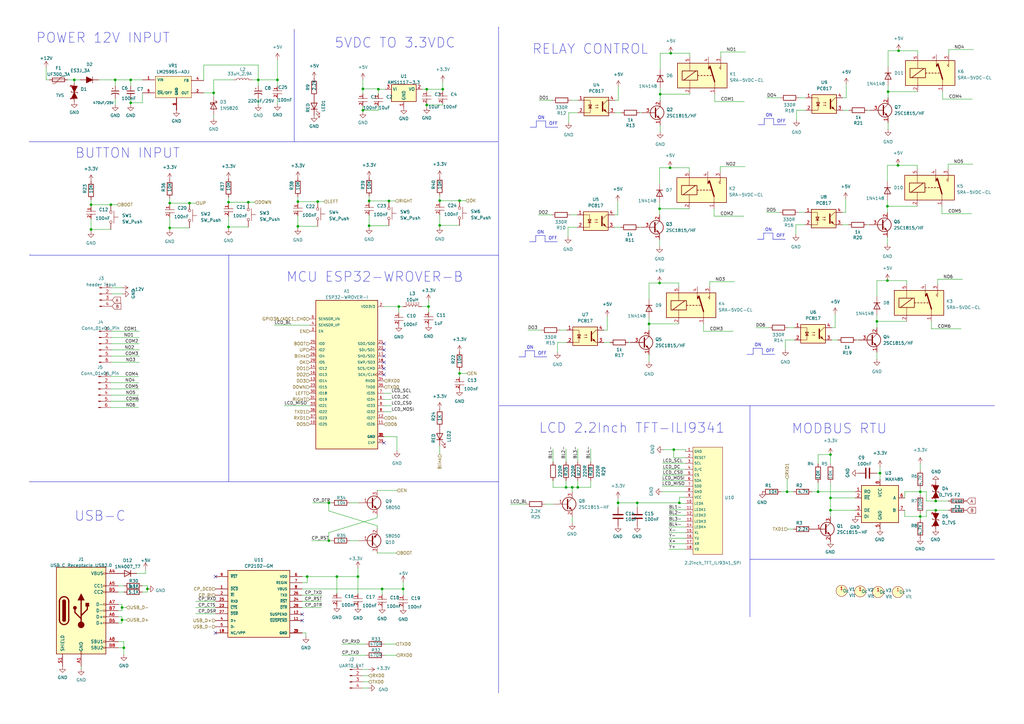
<source format=kicad_sch>
(kicad_sch (version 20230121) (generator eeschema)
  (paper "A3")
  (title_block (title "Esp32_Modbus_relay_hw") (company "Designer: Pham Duc Hien"))
  (junction (at 275.082 21.844))
  (junction (at 360.934 194.056))
  (junction (at 234.696 199.898))
  (junction (at 134.874 221.742))
  (junction (at 383.794 209.296))
  (junction (at 261.366 206.248))
  (junction (at 53.594 32.766))
  (junction (at 181.61 36.576))
  (junction (at 37.338 94.107))
  (junction (at 77.724 83.312))
  (junction (at 270.764 38.608))
  (junction (at 101.854 82.931))
  (junction (at 359.664 131.826))
  (junction (at 377.444 211.836))
  (junction (at 180.34 92.456))
  (junction (at 270.51 85.598))
  (junction (at 274.828 68.834))
  (junction (at 138.176 236.474))
  (junction (at 383.794 205.486))
  (junction (at 236.982 199.898))
  (junction (at 47.244 32.766))
  (junction (at 113.792 32.766))
  (junction (at 159.512 82.423))
  (junction (at 266.192 132.842))
  (junction (at 45.466 83.947))
  (junction (at 69.596 93.472))
  (junction (at 278.638 206.248))
  (junction (at 188.468 82.296))
  (junction (at 322.834 201.676))
  (junction (at 122.174 92.837))
  (junction (at 165.354 241.554))
  (junction (at 53.594 42.164))
  (junction (at 148.844 45.212))
  (junction (at 155.194 36.576))
  (junction (at 276.352 184.404))
  (junction (at 87.63 38.1))
  (junction (at 163.576 125.73))
  (junction (at 270.51 116.078))
  (junction (at 50.038 249.174))
  (junction (at 188.468 153.162))
  (junction (at 146.812 236.474))
  (junction (at 93.726 93.091))
  (junction (at 175.768 125.73))
  (junction (at 363.982 115.062))
  (junction (at 180.34 82.296))
  (junction (at 37.338 83.947))
  (junction (at 363.982 84.582))
  (junction (at 50.8 265.684))
  (junction (at 340.614 204.216))
  (junction (at 130.302 82.677))
  (junction (at 134.874 206.248))
  (junction (at 156.718 241.554))
  (junction (at 368.3 67.818))
  (junction (at 30.48 32.766))
  (junction (at 340.614 209.296))
  (junction (at 253.492 206.248))
  (junction (at 69.596 83.312))
  (junction (at 335.534 201.676))
  (junction (at 377.444 201.676))
  (junction (at 151.384 92.583))
  (junction (at 175.006 43.053))
  (junction (at 175.006 36.576))
  (junction (at 364.236 37.592))
  (junction (at 122.174 82.677))
  (junction (at 151.384 82.423))
  (junction (at 60.452 241.554))
  (junction (at 148.844 36.449))
  (junction (at 125.984 236.474))
  (junction (at 105.918 32.766))
  (junction (at 232.156 199.898))
  (junction (at 368.554 20.828))
  (junction (at 93.726 82.931))
  (junction (at 50.038 254.254))
  (junction (at 340.614 186.436))
  (no_connect (at 123.952 254.508))
  (no_connect (at 157.48 146.05))
  (no_connect (at 157.48 140.97))
  (no_connect (at 88.392 259.588))
  (no_connect (at 157.48 151.13))
  (no_connect (at 88.392 236.474))
  (no_connect (at 157.48 148.59))
  (no_connect (at 157.48 181.61))
  (no_connect (at 157.48 143.51))
  (no_connect (at 157.48 153.67))
  (no_connect (at 123.952 251.968))
  (wire (pts (xy 323.088 134.366) (xy 325.882 134.366)))
  (wire (pts (xy 383.794 205.486) (xy 379.984 205.486)))
  (wire (pts (xy 50.038 254.254) (xy 51.816 254.254)))
  (wire (pts (xy 335.534 186.436) (xy 340.614 186.436)))
  (wire (pts (xy 386.588 37.592) (xy 386.588 40.64)))
  (wire (pts (xy 271.78 189.992) (xy 281.178 189.992)))
  (wire (pts (xy 151.384 80.391) (xy 151.384 82.423)))
  (wire (pts (xy 253.492 204.343) (xy 253.492 206.248)))
  (polyline (pts (xy 223.7994 52.1462) (xy 228.8794 52.1462)))
  (wire (pts (xy 112.522 133.35) (xy 127 133.35)))
  (wire (pts (xy 327.66 40.132) (xy 330.454 40.132)))
  (wire (pts (xy 69.596 81.28) (xy 69.596 83.312)))
  (wire (pts (xy 128.27 206.248) (xy 134.874 206.248)))
  (wire (pts (xy 364.236 37.592) (xy 376.428 37.592)))
  (wire (pts (xy 340.614 204.216) (xy 340.614 209.296)))
  (polyline (pts (xy 312.6994 142.8242) (xy 312.6994 145.3642)))
  (wire (pts (xy 33.274 273.304) (xy 33.274 274.32)))
  (wire (pts (xy 251.968 93.218) (xy 254.508 93.218)))
  (polyline (pts (xy 310.6674 98.1202) (xy 313.2074 98.1202)))
  (wire (pts (xy 379.984 209.296) (xy 379.984 211.836)))
  (wire (pts (xy 151.384 88.265) (xy 151.384 92.583)))
  (wire (pts (xy 37.338 89.789) (xy 37.338 94.107)))
  (wire (pts (xy 242.316 184.15) (xy 242.316 189.484)))
  (wire (pts (xy 359.664 144.526) (xy 359.664 147.32)))
  (wire (pts (xy 188.468 153.162) (xy 191.516 153.162)))
  (wire (pts (xy 364.236 37.592) (xy 364.236 40.132)))
  (polyline (pts (xy 308.8894 145.3642) (xy 308.8894 142.8242)))
  (wire (pts (xy 377.444 211.836) (xy 379.984 211.836)))
  (wire (pts (xy 236.728 93.218) (xy 232.9688 93.218)))
  (wire (pts (xy 50.038 249.174) (xy 51.816 249.174)))
  (wire (pts (xy 340.614 211.9376) (xy 340.614 209.296)))
  (wire (pts (xy 360.934 196.596) (xy 360.934 194.056)))
  (wire (pts (xy 175.006 43.053) (xy 175.006 43.942)))
  (wire (pts (xy 123.952 244.094) (xy 132.08 244.094)))
  (wire (pts (xy 155.194 43.561) (xy 155.194 45.212)))
  (wire (pts (xy 45.72 135.89) (xy 57.15 135.89)))
  (wire (pts (xy 50.038 250.444) (xy 48.514 250.444)))
  (wire (pts (xy 253.492 206.248) (xy 253.492 208.026)))
  (wire (pts (xy 335.534 201.676) (xy 350.774 201.676)))
  (wire (pts (xy 262.382 46.228) (xy 263.144 46.228)))
  (wire (pts (xy 87.63 47.244) (xy 87.63 48.514)))
  (wire (pts (xy 122.174 82.677) (xy 122.174 83.439)))
  (wire (pts (xy 77.724 83.312) (xy 80.264 83.312)))
  (wire (pts (xy 345.694 40.132) (xy 347.091 40.132)))
  (wire (pts (xy 252.222 41.148) (xy 253.619 41.148)))
  (wire (pts (xy 379.984 205.486) (xy 379.984 201.676)))
  (wire (pts (xy 37.338 94.107) (xy 45.466 94.107)))
  (wire (pts (xy 181.61 36.576) (xy 181.61 37.465)))
  (wire (pts (xy 83.566 38.1) (xy 87.63 38.1)))
  (wire (pts (xy 105.918 35.306) (xy 105.918 32.766)))
  (polyline (pts (xy 212.8012 146.3802) (xy 215.4174 146.3802)))
  (wire (pts (xy 37.338 81.915) (xy 37.338 83.947)))
  (wire (pts (xy 278.384 116.078) (xy 270.51 116.078)))
  (wire (pts (xy 163.576 125.73) (xy 165.354 125.73)))
  (polyline (pts (xy 317.0174 98.1202) (xy 322.0974 98.1202)))
  (wire (pts (xy 123.952 236.474) (xy 125.984 236.474)))
  (wire (pts (xy 266.192 116.078) (xy 270.51 116.078)))
  (wire (pts (xy 261.366 206.248) (xy 253.492 206.248)))
  (wire (pts (xy 371.856 115.062) (xy 363.982 115.062)))
  (polyline (pts (xy 317.0174 95.5802) (xy 317.0174 98.1202)))
  (wire (pts (xy 386.334 84.582) (xy 386.334 87.63)))
  (wire (pts (xy 69.596 93.472) (xy 77.724 93.472)))
  (wire (pts (xy 154.686 215.646) (xy 134.874 209.55)))
  (wire (pts (xy 266.192 122.682) (xy 266.192 116.078)))
  (wire (pts (xy 251.968 88.138) (xy 253.365 88.138)))
  (wire (pts (xy 45.466 167.132) (xy 56.896 167.132)))
  (wire (pts (xy 138.176 236.474) (xy 146.812 236.474)))
  (wire (pts (xy 223.52 206.756) (xy 227.076 206.756)))
  (wire (pts (xy 155.194 36.576) (xy 155.194 36.449)))
  (wire (pts (xy 123.952 241.554) (xy 156.718 241.554)))
  (wire (pts (xy 154.686 212.344) (xy 134.874 218.44)))
  (wire (pts (xy 157.734 264.16) (xy 162.306 264.16)))
  (wire (pts (xy 113.792 32.766) (xy 113.792 35.306)))
  (wire (pts (xy 309.9816 134.366) (xy 315.468 134.366)))
  (wire (pts (xy 113.792 40.386) (xy 113.792 42.672)))
  (wire (pts (xy 282.702 70.358) (xy 282.702 68.834)))
  (wire (pts (xy 123.952 246.634) (xy 131.826 246.634)))
  (wire (pts (xy 234.696 211.836) (xy 234.696 214.63)))
  (wire (pts (xy 291.084 117.602) (xy 291.084 115.57)))
  (wire (pts (xy 59.69 233.426) (xy 59.69 235.204)))
  (wire (pts (xy 276.352 184.404) (xy 272.034 184.404)))
  (wire (pts (xy 236.982 46.228) (xy 233.2228 46.228)))
  (wire (pts (xy 125.984 239.014) (xy 125.984 236.474)))
  (wire (pts (xy 340.614 204.216) (xy 350.774 204.216)))
  (wire (pts (xy 173.228 36.576) (xy 175.006 36.576)))
  (polyline (pts (xy 223.5454 99.1362) (xy 228.6254 99.1362)))
  (wire (pts (xy 188.468 82.296) (xy 191.008 82.296)))
  (wire (pts (xy 45.466 83.947) (xy 48.006 83.947)))
  (polyline (pts (xy 204.724 166.37) (xy 407.924 166.37)))
  (wire (pts (xy 47.244 40.386) (xy 47.244 42.926)))
  (wire (pts (xy 274.32 218.44) (xy 281.178 218.44)))
  (polyline (pts (xy 312.6994 145.3642) (xy 317.7794 145.3642)))
  (wire (pts (xy 270.51 83.058) (xy 270.51 85.598)))
  (wire (pts (xy 135.89 221.742) (xy 134.874 221.742)))
  (wire (pts (xy 327.406 87.122) (xy 330.2 87.122)))
  (wire (pts (xy 116.586 166.37) (xy 127 166.37)))
  (wire (pts (xy 278.638 206.248) (xy 278.638 203.962)))
  (wire (pts (xy 322.1228 139.446) (xy 322.1228 143.4084)))
  (wire (pts (xy 138.176 236.474) (xy 138.176 243.332)))
  (wire (pts (xy 326.4408 92.202) (xy 326.4408 96.1644)))
  (wire (pts (xy 351.282 139.446) (xy 352.044 139.446)))
  (wire (pts (xy 364.236 27.432) (xy 364.236 20.828)))
  (wire (pts (xy 388.874 209.296) (xy 383.794 209.296)))
  (wire (pts (xy 175.006 42.545) (xy 175.006 43.053)))
  (wire (pts (xy 130.302 82.677) (xy 132.842 82.677)))
  (wire (pts (xy 105.918 32.766) (xy 113.792 32.766)))
  (wire (pts (xy 188.468 153.162) (xy 188.468 154.686)))
  (wire (pts (xy 58.42 240.284) (xy 60.452 240.284)))
  (wire (pts (xy 140.208 264.16) (xy 150.114 264.16)))
  (wire (pts (xy 45.72 148.59) (xy 57.15 148.59)))
  (wire (pts (xy 228.6508 140.462) (xy 228.6508 144.4244)))
  (wire (pts (xy 50.8 265.684) (xy 50.8 268.478)))
  (polyline (pts (xy 219.2274 146.3802) (xy 224.3074 146.3802)))
  (wire (pts (xy 295.656 23.368) (xy 295.656 21.336)))
  (wire (pts (xy 355.6 92.202) (xy 356.362 92.202)))
  (wire (pts (xy 340.614 222.0976) (xy 340.614 221.996)))
  (wire (pts (xy 48.514 263.144) (xy 50.8 263.144)))
  (wire (pts (xy 234.696 201.676) (xy 234.696 199.898)))
  (wire (pts (xy 48.514 240.284) (xy 50.8 240.284)))
  (wire (pts (xy 271.78 194.818) (xy 281.178 194.818)))
  (polyline (pts (xy 219.9894 49.6062) (xy 223.7994 49.6062)))
  (wire (pts (xy 154.686 201.168) (xy 162.814 201.168)))
  (wire (pts (xy 232.156 199.898) (xy 234.696 199.898)))
  (wire (pts (xy 226.822 197.104) (xy 226.822 199.898)))
  (wire (pts (xy 221.0816 41.148) (xy 226.568 41.148)))
  (polyline (pts (xy 219.2274 143.8402) (xy 219.2274 146.3802)))
  (wire (pts (xy 359.664 131.826) (xy 371.856 131.826)))
  (wire (pts (xy 27.813 32.766) (xy 30.48 32.766)))
  (wire (pts (xy 266.192 130.302) (xy 266.192 132.842)))
  (wire (pts (xy 293.116 38.608) (xy 293.116 41.656)))
  (wire (pts (xy 45.9232 120.5484) (xy 50.2412 120.5484)))
  (wire (pts (xy 261.366 206.248) (xy 278.638 206.248)))
  (wire (pts (xy 60.452 241.554) (xy 60.452 242.824)))
  (wire (pts (xy 292.862 88.646) (xy 305.054 88.646)))
  (wire (pts (xy 270.764 28.448) (xy 270.764 21.844)))
  (polyline (pts (xy 12.192 104.394) (xy 12.192 104.648)))
  (wire (pts (xy 376.174 67.818) (xy 368.3 67.818)))
  (wire (pts (xy 148.59 274.574) (xy 151.13 274.574)))
  (wire (pts (xy 274.32 223.012) (xy 281.178 223.012)))
  (wire (pts (xy 293.116 41.656) (xy 305.308 41.656)))
  (wire (pts (xy 56.134 235.204) (xy 59.69 235.204)))
  (wire (pts (xy 384.556 114.554) (xy 394.716 114.554)))
  (wire (pts (xy 53.594 32.766) (xy 58.42 32.766)))
  (wire (pts (xy 157.48 168.91) (xy 160.528 168.91)))
  (polyline (pts (xy 223.7994 49.6062) (xy 223.7994 52.1462)))
  (polyline (pts (xy 215.4174 143.8402) (xy 219.2274 143.8402)))
  (wire (pts (xy 180.34 92.456) (xy 180.34 93.218)))
  (wire (pts (xy 151.384 92.583) (xy 159.512 92.583)))
  (wire (pts (xy 93.726 82.931) (xy 93.726 83.693)))
  (wire (pts (xy 232.156 184.15) (xy 232.156 189.484)))
  (wire (pts (xy 359.664 121.666) (xy 359.664 115.062)))
  (wire (pts (xy 146.812 236.474) (xy 146.812 243.586)))
  (wire (pts (xy 376.428 20.828) (xy 368.554 20.828)))
  (wire (pts (xy 180.34 88.138) (xy 180.34 92.456)))
  (wire (pts (xy 127.762 221.742) (xy 134.874 221.742)))
  (wire (pts (xy 143.51 206.248) (xy 147.066 206.248)))
  (wire (pts (xy 47.244 32.766) (xy 53.594 32.766)))
  (wire (pts (xy 162.814 179.07) (xy 157.48 179.07)))
  (wire (pts (xy 345.694 45.212) (xy 348.234 45.212)))
  (wire (pts (xy 257.81 140.462) (xy 258.572 140.462)))
  (wire (pts (xy 386.334 87.63) (xy 398.526 87.63)))
  (wire (pts (xy 330.2 92.202) (xy 326.4408 92.202)))
  (wire (pts (xy 345.44 92.202) (xy 347.98 92.202)))
  (wire (pts (xy 377.444 201.676) (xy 379.984 201.676)))
  (wire (pts (xy 58.42 38.1) (xy 58.42 42.164)))
  (wire (pts (xy 382.016 134.874) (xy 394.208 134.874)))
  (wire (pts (xy 270.764 36.068) (xy 270.764 38.608)))
  (wire (pts (xy 58.42 42.164) (xy 53.594 42.164)))
  (wire (pts (xy 325.882 139.446) (xy 322.1228 139.446)))
  (wire (pts (xy 30.48 32.766) (xy 30.48 34.036)))
  (wire (pts (xy 363.982 84.582) (xy 363.982 87.122)))
  (wire (pts (xy 105.918 32.766) (xy 103.378 32.766)))
  (polyline (pts (xy 93.8276 197.5358) (xy 93.8276 104.5972)))
  (wire (pts (xy 45.466 156.972) (xy 56.896 156.972)))
  (wire (pts (xy 93.726 82.931) (xy 101.854 82.931)))
  (wire (pts (xy 320.294 201.676) (xy 322.834 201.676)))
  (wire (pts (xy 295.402 68.326) (xy 305.562 68.326)))
  (wire (pts (xy 165.354 241.554) (xy 156.718 241.554)))
  (wire (pts (xy 383.794 205.486) (xy 388.874 205.486)))
  (wire (pts (xy 364.236 20.828) (xy 368.554 20.828)))
  (wire (pts (xy 281.178 185.166) (xy 281.178 184.404)))
  (wire (pts (xy 266.192 145.542) (xy 266.192 148.336)))
  (wire (pts (xy 340.614 186.436) (xy 340.614 190.246)))
  (polyline (pts (xy 306.3494 145.3642) (xy 308.8894 145.3642)))
  (wire (pts (xy 50.8 263.144) (xy 50.8 265.684)))
  (wire (pts (xy 37.338 94.107) (xy 37.338 94.869)))
  (wire (pts (xy 376.174 69.342) (xy 376.174 67.818)))
  (wire (pts (xy 47.244 35.306) (xy 47.244 32.766)))
  (wire (pts (xy 105.918 26.67) (xy 105.918 32.766)))
  (wire (pts (xy 45.466 164.592) (xy 56.896 164.592)))
  (wire (pts (xy 80.264 249.174) (xy 88.392 249.174)))
  (wire (pts (xy 157.48 163.83) (xy 160.528 163.83)))
  (wire (pts (xy 163.576 125.73) (xy 163.576 128.27)))
  (wire (pts (xy 233.934 88.138) (xy 236.728 88.138)))
  (wire (pts (xy 148.59 282.194) (xy 151.13 282.194)))
  (wire (pts (xy 123.952 239.014) (xy 125.984 239.014)))
  (wire (pts (xy 377.444 211.836) (xy 377.444 213.106)))
  (wire (pts (xy 180.34 82.296) (xy 188.468 82.296)))
  (wire (pts (xy 270.51 98.298) (xy 270.51 101.092)))
  (wire (pts (xy 281.178 206.502) (xy 278.638 206.502)))
  (wire (pts (xy 125.476 259.588) (xy 125.476 261.112)))
  (wire (pts (xy 122.174 82.677) (xy 130.302 82.677)))
  (wire (pts (xy 48.514 265.684) (xy 50.8 265.684)))
  (wire (pts (xy 80.264 246.634) (xy 88.392 246.634)))
  (wire (pts (xy 155.194 45.212) (xy 148.844 45.212)))
  (wire (pts (xy 93.726 93.091) (xy 93.726 93.853)))
  (wire (pts (xy 113.792 24.384) (xy 113.792 32.766)))
  (wire (pts (xy 148.59 277.114) (xy 151.13 277.114)))
  (wire (pts (xy 157.48 161.29) (xy 160.528 161.29)))
  (polyline (pts (xy 313.4614 48.5902) (xy 317.2714 48.5902)))
  (wire (pts (xy 175.006 36.576) (xy 181.61 36.576)))
  (wire (pts (xy 363.982 74.422) (xy 363.982 67.818)))
  (wire (pts (xy 292.862 85.598) (xy 292.862 88.646)))
  (wire (pts (xy 332.994 201.676) (xy 335.534 201.676)))
  (wire (pts (xy 377.444 190.246) (xy 377.444 192.786)))
  (wire (pts (xy 383.794 209.296) (xy 379.984 209.296)))
  (wire (pts (xy 274.32 220.726) (xy 281.178 220.726)))
  (wire (pts (xy 341.122 134.366) (xy 342.519 134.366)))
  (wire (pts (xy 45.466 159.512) (xy 56.896 159.512)))
  (wire (pts (xy 247.65 135.382) (xy 249.047 135.382)))
  (wire (pts (xy 270.764 38.608) (xy 270.764 41.148)))
  (wire (pts (xy 271.78 192.532) (xy 281.178 192.532)))
  (wire (pts (xy 323.088 217.0176) (xy 325.374 217.0176)))
  (wire (pts (xy 371.856 116.586) (xy 371.856 115.062)))
  (wire (pts (xy 48.514 252.984) (xy 50.038 252.984)))
  (wire (pts (xy 270.51 85.598) (xy 270.51 88.138)))
  (wire (pts (xy 342.519 128.8288) (xy 342.519 134.366)))
  (wire (pts (xy 146.812 236.474) (xy 146.812 232.918)))
  (wire (pts (xy 151.384 82.423) (xy 159.512 82.423)))
  (wire (pts (xy 271.526 197.104) (xy 281.178 197.104)))
  (wire (pts (xy 45.9232 118.0084) (xy 49.9872 118.0084)))
  (wire (pts (xy 53.594 42.164) (xy 53.594 42.926)))
  (polyline (pts (xy 204.47 104.648) (xy 12.192 104.648)))
  (wire (pts (xy 143.51 221.742) (xy 147.066 221.742)))
  (wire (pts (xy 288.544 132.842) (xy 288.544 135.89)))
  (wire (pts (xy 135.89 206.248) (xy 134.874 206.248)))
  (wire (pts (xy 278.384 117.602) (xy 278.384 116.078)))
  (wire (pts (xy 266.192 132.842) (xy 278.384 132.842)))
  (polyline (pts (xy 215.4174 146.3802) (xy 215.4174 143.8402)))
  (wire (pts (xy 340.614 197.866) (xy 340.614 204.216)))
  (wire (pts (xy 384.556 116.586) (xy 384.556 114.554)))
  (polyline (pts (xy 307.594 166.37) (xy 307.594 252.984)))
  (wire (pts (xy 69.596 93.472) (xy 69.596 94.234)))
  (wire (pts (xy 281.178 184.404) (xy 276.352 184.404)))
  (wire (pts (xy 162.814 184.912) (xy 162.814 179.07)))
  (wire (pts (xy 261.366 208.026) (xy 261.366 206.248)))
  (wire (pts (xy 93.726 80.899) (xy 93.726 82.931)))
  (wire (pts (xy 87.63 38.1) (xy 87.63 32.766)))
  (wire (pts (xy 122.174 92.837) (xy 130.302 92.837)))
  (wire (pts (xy 148.59 279.654) (xy 151.13 279.654)))
  (wire (pts (xy 80.264 251.714) (xy 88.392 251.714)))
  (wire (pts (xy 371.094 211.836) (xy 371.094 209.296)))
  (wire (pts (xy 45.72 143.51) (xy 57.15 143.51)))
  (wire (pts (xy 335.534 190.246) (xy 335.534 186.436)))
  (wire (pts (xy 389.128 22.352) (xy 389.128 20.32)))
  (wire (pts (xy 122.174 88.519) (xy 122.174 92.837)))
  (wire (pts (xy 270.51 68.834) (xy 274.828 68.834)))
  (wire (pts (xy 341.122 139.446) (xy 343.662 139.446)))
  (wire (pts (xy 105.918 40.386) (xy 105.918 42.926)))
  (wire (pts (xy 53.594 40.386) (xy 53.594 42.164)))
  (wire (pts (xy 48.514 255.524) (xy 50.038 255.524)))
  (wire (pts (xy 314.5536 40.132) (xy 320.04 40.132)))
  (polyline (pts (xy 313.4614 51.1302) (xy 313.4614 48.5902)))
  (wire (pts (xy 282.956 23.368) (xy 282.956 21.844)))
  (wire (pts (xy 330.454 45.212) (xy 326.6948 45.212)))
  (wire (pts (xy 281.178 187.706) (xy 276.352 187.706)))
  (wire (pts (xy 326.6948 45.212) (xy 326.6948 49.1744)))
  (polyline (pts (xy 204.47 284.226) (xy 204.47 11.176)))
  (wire (pts (xy 175.006 43.053) (xy 181.61 43.053)))
  (wire (pts (xy 154.686 215.646) (xy 154.686 216.662)))
  (wire (pts (xy 87.63 38.1) (xy 87.63 39.624)))
  (wire (pts (xy 295.402 70.358) (xy 295.402 68.326)))
  (wire (pts (xy 157.988 36.576) (xy 155.194 36.576)))
  (wire (pts (xy 45.72 138.43) (xy 57.15 138.43)))
  (wire (pts (xy 266.192 132.842) (xy 266.192 135.382)))
  (wire (pts (xy 157.48 166.37) (xy 160.528 166.37)))
  (wire (pts (xy 236.982 197.104) (xy 236.982 199.898)))
  (wire (pts (xy 123.952 249.174) (xy 131.826 249.174)))
  (wire (pts (xy 172.974 125.73) (xy 175.768 125.73)))
  (wire (pts (xy 274.32 225.298) (xy 281.178 225.298)))
  (wire (pts (xy 270.51 75.438) (xy 270.51 68.834)))
  (wire (pts (xy 363.982 84.582) (xy 376.174 84.582)))
  (wire (pts (xy 37.338 83.947) (xy 37.338 84.709)))
  (wire (pts (xy 229.616 135.382) (xy 232.41 135.382)))
  (polyline (pts (xy 317.2714 48.5902) (xy 317.2714 51.1302)))
  (wire (pts (xy 209.296 206.756) (xy 215.9 206.756)))
  (wire (pts (xy 69.596 83.312) (xy 69.596 84.074)))
  (wire (pts (xy 134.874 209.55) (xy 134.874 206.248)))
  (wire (pts (xy 389.128 20.32) (xy 399.288 20.32)))
  (wire (pts (xy 226.822 199.898) (xy 232.156 199.898)))
  (wire (pts (xy 123.952 259.588) (xy 125.476 259.588)))
  (polyline (pts (xy 219.7354 96.5962) (xy 223.5454 96.5962)))
  (wire (pts (xy 134.874 218.44) (xy 134.874 221.742)))
  (polyline (pts (xy 313.2074 95.5802) (xy 317.0174 95.5802)))
  (wire (pts (xy 157.734 268.732) (xy 162.56 268.732)))
  (polyline (pts (xy 317.2714 51.1302) (xy 322.3514 51.1302)))
  (wire (pts (xy 93.726 93.091) (xy 101.854 93.091)))
  (wire (pts (xy 359.664 129.286) (xy 359.664 131.826)))
  (wire (pts (xy 148.844 43.561) (xy 148.844 45.212)))
  (wire (pts (xy 45.466 154.432) (xy 56.896 154.432)))
  (wire (pts (xy 295.656 21.336) (xy 305.816 21.336)))
  (wire (pts (xy 175.768 123.444) (xy 175.768 125.73)))
  (wire (pts (xy 359.664 115.062) (xy 363.982 115.062)))
  (polyline (pts (xy 313.2074 98.1202) (xy 313.2074 95.5802)))
  (wire (pts (xy 157.48 125.73) (xy 163.576 125.73)))
  (wire (pts (xy 155.194 36.576) (xy 155.194 38.481)))
  (wire (pts (xy 363.982 82.042) (xy 363.982 84.582)))
  (wire (pts (xy 175.006 36.576) (xy 175.006 37.465)))
  (wire (pts (xy 274.32 216.154) (xy 281.178 216.154)))
  (wire (pts (xy 140.208 268.732) (xy 150.114 268.732)))
  (wire (pts (xy 220.8276 88.138) (xy 226.314 88.138)))
  (wire (pts (xy 156.718 243.84) (xy 156.718 241.554)))
  (wire (pts (xy 377.444 201.676) (xy 377.444 202.946)))
  (wire (pts (xy 180.34 182.88) (xy 180.34 186.182)))
  (wire (pts (xy 101.854 82.931) (xy 104.394 82.931)))
  (polyline (pts (xy 219.9894 52.1462) (xy 219.9894 49.6062)))
  (wire (pts (xy 232.9688 93.218) (xy 232.9688 97.1804)))
  (polyline (pts (xy 217.1954 99.1362) (xy 219.7354 99.1362)))
  (wire (pts (xy 274.32 209.042) (xy 281.178 209.042)))
  (wire (pts (xy 233.2228 46.228) (xy 233.2228 50.1904)))
  (wire (pts (xy 50.038 247.904) (xy 50.038 249.174)))
  (wire (pts (xy 282.956 21.844) (xy 275.082 21.844)))
  (wire (pts (xy 382.016 131.826) (xy 382.016 134.874)))
  (wire (pts (xy 48.514 247.904) (xy 50.038 247.904)))
  (polyline (pts (xy 120.65 11.938) (xy 120.65 58.166)))
  (wire (pts (xy 274.32 211.328) (xy 281.178 211.328)))
  (wire (pts (xy 364.236 50.292) (xy 364.236 53.086)))
  (wire (pts (xy 291.084 115.57) (xy 301.244 115.57)))
  (wire (pts (xy 18.923 32.766) (xy 20.193 32.766)))
  (wire (pts (xy 386.588 40.64) (xy 398.78 40.64)))
  (wire (pts (xy 50.038 254.254) (xy 50.038 255.524)))
  (wire (pts (xy 355.854 45.212) (xy 356.616 45.212)))
  (wire (pts (xy 322.834 196.4436) (xy 322.834 201.676)))
  (wire (pts (xy 234.188 41.148) (xy 236.982 41.148)))
  (wire (pts (xy 122.174 92.837) (xy 122.174 93.599)))
  (wire (pts (xy 282.702 68.834) (xy 274.828 68.834)))
  (wire (pts (xy 226.822 184.15) (xy 226.822 189.484)))
  (wire (pts (xy 50.038 249.174) (xy 50.038 250.444)))
  (wire (pts (xy 252.222 46.228) (xy 254.762 46.228)))
  (wire (pts (xy 165.354 241.554) (xy 165.354 238.76)))
  (wire (pts (xy 148.844 36.449) (xy 148.844 38.481)))
  (wire (pts (xy 274.32 213.868) (xy 281.178 213.868)))
  (wire (pts (xy 148.844 32.639) (xy 148.844 36.449)))
  (wire (pts (xy 247.65 140.462) (xy 250.19 140.462)))
  (wire (pts (xy 363.982 67.818) (xy 368.3 67.818)))
  (polyline (pts (xy 307.594 229.362) (xy 407.924 229.362)))
  (wire (pts (xy 180.34 82.296) (xy 180.34 83.058)))
  (wire (pts (xy 37.338 83.947) (xy 45.466 83.947)))
  (wire (pts (xy 253.365 82.6008) (xy 253.365 88.138)))
  (wire (pts (xy 181.61 43.053) (xy 181.61 42.545)))
  (wire (pts (xy 377.444 210.566) (xy 377.444 211.836)))
  (wire (pts (xy 278.638 206.502) (xy 278.638 206.248)))
  (wire (pts (xy 45.466 162.052) (xy 56.896 162.052)))
  (wire (pts (xy 359.664 131.826) (xy 359.664 134.366)))
  (wire (pts (xy 388.874 69.342) (xy 388.874 67.31)))
  (wire (pts (xy 236.982 184.15) (xy 236.982 189.484)))
  (wire (pts (xy 87.63 32.766) (xy 95.758 32.766)))
  (wire (pts (xy 270.764 51.308) (xy 270.764 54.102)))
  (wire (pts (xy 155.194 36.449) (xy 148.844 36.449)))
  (wire (pts (xy 165.354 244.094) (xy 165.354 241.554)))
  (wire (pts (xy 371.094 201.676) (xy 377.444 201.676)))
  (polyline (pts (xy 204.47 11.176) (xy 204.47 11.43)))
  (wire (pts (xy 360.934 191.516) (xy 360.934 194.056)))
  (polyline (pts (xy 11.938 58.166) (xy 204.216 58.166)))
  (wire (pts (xy 276.352 187.706) (xy 276.352 184.404)))
  (wire (pts (xy 181.61 33.528) (xy 181.61 36.576)))
  (wire (pts (xy 322.834 201.676) (xy 325.374 201.676)))
  (wire (pts (xy 364.236 35.052) (xy 364.236 37.592)))
  (wire (pts (xy 154.686 212.344) (xy 154.686 211.328)))
  (wire (pts (xy 262.128 93.218) (xy 262.89 93.218)))
  (wire (pts (xy 340.614 209.296) (xy 350.774 209.296)))
  (wire (pts (xy 236.982 199.898) (xy 242.316 199.898)))
  (wire (pts (xy 188.468 151.892) (xy 188.468 153.162)))
  (wire (pts (xy 314.2996 87.122) (xy 319.786 87.122)))
  (polyline (pts (xy 223.5454 96.5962) (xy 223.5454 99.1362)))
  (polyline (pts (xy 308.8894 142.8242) (xy 312.6994 142.8242)))
  (wire (pts (xy 371.094 204.216) (xy 371.094 201.676)))
  (wire (pts (xy 347.091 34.5948) (xy 347.091 40.132)))
  (wire (pts (xy 83.566 26.67) (xy 105.918 26.67)))
  (wire (pts (xy 125.984 236.474) (xy 138.176 236.474)))
  (wire (pts (xy 93.726 88.773) (xy 93.726 93.091)))
  (wire (pts (xy 122.174 80.645) (xy 122.174 82.677)))
  (wire (pts (xy 335.534 197.866) (xy 335.534 201.676)))
  (polyline (pts (xy 310.9214 51.1302) (xy 313.4614 51.1302)))
  (wire (pts (xy 346.837 81.5848) (xy 346.837 87.122)))
  (wire (pts (xy 18.923 27.686) (xy 18.923 32.766)))
  (wire (pts (xy 180.34 92.456) (xy 188.468 92.456)))
  (wire (pts (xy 180.34 80.264) (xy 180.34 82.296)))
  (wire (pts (xy 175.768 125.73) (xy 175.768 128.016)))
  (wire (pts (xy 48.514 242.824) (xy 50.8 242.824)))
  (wire (pts (xy 377.444 200.406) (xy 377.444 201.676)))
  (wire (pts (xy 249.047 129.8448) (xy 249.047 135.382)))
  (polyline (pts (xy 219.7354 99.1362) (xy 219.7354 96.5962)))
  (wire (pts (xy 45.72 140.97) (xy 57.15 140.97)))
  (wire (pts (xy 40.513 32.766) (xy 47.244 32.766)))
  (wire (pts (xy 53.594 32.766) (xy 53.594 35.306)))
  (wire (pts (xy 234.696 199.898) (xy 236.982 199.898)))
  (wire (pts (xy 69.596 83.312) (xy 77.724 83.312)))
  (wire (pts (xy 288.544 135.89) (xy 300.736 135.89)))
  (wire (pts (xy 360.934 194.056) (xy 359.664 194.056)))
  (wire (pts (xy 270.764 38.608) (xy 282.956 38.608)))
  (polyline (pts (xy 11.938 197.612) (xy 204.47 197.612)))
  (wire (pts (xy 363.982 97.282) (xy 363.982 100.076)))
  (wire (pts (xy 83.566 33.02) (xy 83.566 26.67)))
  (polyline (pts (xy 217.4494 52.1462) (xy 219.9894 52.1462)))
  (wire (pts (xy 216.5096 135.382) (xy 221.996 135.382)))
  (wire (pts (xy 30.48 32.766) (xy 32.893 32.766)))
  (wire (pts (xy 271.526 201.676) (xy 281.178 201.676)))
  (wire (pts (xy 232.41 140.462) (xy 228.6508 140.462)))
  (wire (pts (xy 151.384 92.583) (xy 151.384 93.345)))
  (wire (pts (xy 148.844 45.212) (xy 148.844 45.847)))
  (wire (pts (xy 270.764 21.844) (xy 275.082 21.844)))
  (wire (pts (xy 69.596 89.154) (xy 69.596 93.472)))
  (wire (pts (xy 45.72 146.05) (xy 57.15 146.05)))
  (wire (pts (xy 388.874 67.31) (xy 399.034 67.31)))
  (wire (pts (xy 50.038 252.984) (xy 50.038 254.254)))
  (wire (pts (xy 60.452 240.284) (xy 60.452 241.554)))
  (wire (pts (xy 232.156 197.104) (xy 232.156 199.898)))
  (wire (pts (xy 271.526 199.39) (xy 281.178 199.39)))
  (wire (pts (xy 278.638 203.962) (xy 281.178 203.962)))
  (wire (pts (xy 270.51 85.598) (xy 282.702 85.598)))
  (wire (pts (xy 376.428 22.352) (xy 376.428 20.828)))
  (wire (pts (xy 60.452 242.824) (xy 58.42 242.824)))
  (wire (pts (xy 345.44 87.122) (xy 346.837 87.122)))
  (wire (pts (xy 159.512 82.423) (xy 162.052 82.423)))
  (wire (pts (xy 371.094 211.836) (xy 377.444 211.836)))
  (wire (pts (xy 151.384 82.423) (xy 151.384 83.185)))
  (wire (pts (xy 242.316 199.898) (xy 242.316 197.104)))
  (wire (pts (xy 154.686 226.822) (xy 162.56 226.822)))
  (wire (pts (xy 253.619 35.6108) (xy 253.619 41.148)))
  (text "USB-C" (at 30.48 214.122 0) (effects (font (size 4 4)) (justify left bottom)))
  (text "POWER 12V INPUT" (at 14.732 18.034 0) (effects (font (size 4 4)) (justify left bottom)))
  (text "5VDC TO 3.3VDC" (at 137.16 20.066 0) (effects (font (size 4 4)) (justify left bottom)))
  (text "ON" (at 313.7662 95.0976 0) (effects (font (size 1.27 1.27)) (justify left bottom)))
  (text "ON" (at 220.2942 96.1136 0) (effects (font (size 1.27 1.27)) (justify left bottom)))
  (text "OFF" (at 318.3636 97.5106 0) (effects (font (size 1.27 1.27)) (justify left bottom)))
  (text "OFF" (at 314.0456 144.7546 0) (effects (font (size 1.27 1.27)) (justify left bottom)))
  (text "OFF" (at 225.1456 51.5366 0) (effects (font (size 1.27 1.27)) (justify left bottom)))
  (text "OFF" (at 318.6176 50.5206 0) (effects (font (size 1.27 1.27)) (justify left bottom)))
  (text "ON" (at 314.0202 48.1076 0) (effects (font (size 1.27 1.27)) (justify left bottom)))
  (text "MODBUS RTU" (at 324.612 178.308 0) (effects (font (size 4 4)) (justify left bottom)))
  (text "BUTTON INPUT" (at 30.734 65.278 0) (effects (font (size 4 4)) (justify left bottom)))
  (text "ON" (at 309.4482 142.3416 0) (effects (font (size 1.27 1.27)) (justify left bottom)))
  (text "ON" (at 215.9762 143.3576 0) (effects (font (size 1.27 1.27)) (justify left bottom)))
  (text "ON" (at 220.5482 49.1236 0) (effects (font (size 1.27 1.27)) (justify left bottom)))
  (text "OFF" (at 220.5736 145.7706 0) (effects (font (size 1.27 1.27)) (justify left bottom)))
  (text "OFF" (at 224.8916 98.5266 0) (effects (font (size 1.27 1.27)) (justify left bottom)))
  (text "LCD 2.2Inch TFT-ILI9341" (at 220.98 178.054 0) (effects (font (size 4 4)) (justify left bottom)))
  (text "RELAY CONTROL" (at 218.186 22.606 0) (effects (font (size 4 4)) (justify left bottom)))
  (text "MCU ESP32-WROVER-B" (at 117.348 116.078 0) (effects (font (size 4 4)) (justify left bottom)))
  (label "DO3" (at 216.5096 135.382 0))
  (label "CP_TXD" (at 140.208 268.732 0))
  (label "COM4" (at 51.308 154.432 0))
  (label "LCD_MISO" (at 116.586 166.37 0))
  (label "COM3" (at 291.084 135.89 0))
  (label "NO1" (at 297.942 21.336 0))
  (label "BL1-" (at 274.32 209.042 0))
  (label "CP_RXD" (at 81.28 246.634 0))
  (label "NO5" (at 51.562 162.052 0))
  (label "LCD_DC" (at 160.528 163.83 0))
  (label "BL1-" (at 226.822 188.214 90))
  (label "BL4-" (at 274.32 216.154 0))
  (label "DO1" (at 221.0816 41.148 0))
  (label "CP_RST" (at 124.968 246.634 0))
  (label "DO2" (at 220.8276 88.138 0))
  (label "CP_DTR" (at 128.27 206.248 0))
  (label "NO2" (at 297.688 68.326 0))
  (label "CP_RXD" (at 140.208 264.16 0))
  (label "NO5" (at 391.16 67.31 0))
  (label "NO4" (at 391.414 20.32 0))
  (label "LCD_BL" (at 209.296 206.756 0))
  (label "NO6" (at 386.842 114.554 0))
  (label "NO3" (at 293.37 115.57 0))
  (label "LCD_MOSI" (at 160.528 168.91 0))
  (label "X-" (at 274.32 218.44 0))
  (label "X+" (at 274.32 223.012 0))
  (label "COM1" (at 50.8 135.89 0))
  (label "NO4" (at 51.308 156.972 0))
  (label "NO2" (at 51.054 143.51 0))
  (label "CP_DSR" (at 81.28 251.714 0))
  (label "LCD_SCL" (at 271.78 189.992 0))
  (label "NO3" (at 51.562 148.59 0))
  (label "LCD_CS0" (at 160.528 166.37 0))
  (label "BL4-" (at 242.316 188.214 90))
  (label "CP_DTR" (at 124.968 249.174 0))
  (label "COM1" (at 295.656 41.656 0))
  (label "COM6" (at 384.556 134.874 0))
  (label "COM3" (at 51.308 146.05 0))
  (label "DO5" (at 314.2996 87.122 0))
  (label "DO6" (at 309.9816 134.366 0))
  (label "BL2-" (at 274.32 211.328 0))
  (label "COM2" (at 295.402 88.646 0))
  (label "COM2" (at 51.308 140.97 0))
  (label "LCD_MISO" (at 271.526 199.39 0))
  (label "DO4" (at 314.5536 40.132 0))
  (label "Y-" (at 274.32 220.726 0))
  (label "LCD_SCL" (at 160.528 161.29 0))
  (label "COM5" (at 388.874 87.63 0))
  (label "LCD_BL" (at 112.522 133.35 0))
  (label "CP_TXD" (at 124.968 244.094 0))
  (label "NO1" (at 50.8 138.43 0))
  (label "BL3-" (at 274.32 213.868 0))
  (label "CP_RST" (at 127.762 221.742 0))
  (label "CP_CTS" (at 81.28 249.174 0))
  (label "BL2-" (at 232.156 188.214 90))
  (label "LCD_CS0" (at 271.78 194.818 0))
  (label "Y+" (at 274.32 225.298 0))
  (label "COM4" (at 389.128 40.64 0))
  (label "LCD_MOSI" (at 271.526 197.104 0))
  (label "COM6" (at 51.562 164.592 0))
  (label "NO6" (at 51.562 167.132 0))
  (label "LCD_DC" (at 271.78 192.532 0))
  (label "COM5" (at 51.308 159.512 0))
  (label "BL3-" (at 236.982 188.214 90))
  (global_label "B" (shape input) (at 45.9232 125.6284 0) (property "Intersheetrefs" "${INTERSHEET_REFS}" (effects hide)))
  (global_label "B" (shape input) (at 396.494 209.296 0) (property "Intersheetrefs" "${INTERSHEET_REFS}" (effects hide)))
  (global_label "A" (shape input) (at 45.9232 123.0884 0) (property "Intersheetrefs" "${INTERSHEET_REFS}" (effects hide)))
  (global_label "A" (shape input) (at 396.494 205.486 0) (property "Intersheetrefs" "${INTERSHEET_REFS}" (effects hide)))
  (hierarchical_label "DO5" (shape input) (at 127 173.99 180))
  (hierarchical_label "RIGHT" (shape input) (at 162.052 82.423 0))
  (hierarchical_label "EN" (shape input) (at 127 135.89 180))
  (hierarchical_label "USB_D+" (shape input) (at 51.816 254.254 0))
  (hierarchical_label "DO4" (shape input) (at 157.48 171.45 0))
  (hierarchical_label "USB_D-" (shape input) (at 88.392 257.048 180))
  (hierarchical_label "UP" (shape input) (at 127 143.51 180))
  (hierarchical_label "DOWN" (shape input) (at 127 158.75 180))
  (hierarchical_label "Blink" (shape input) (at 127 146.05 180))
  (hierarchical_label "DO1" (shape input) (at 127 151.13 180))
  (hierarchical_label "Blink" (shape input) (at 180.34 186.182 270))
  (hierarchical_label "BOOT" (shape input) (at 162.56 226.822 0))
  (hierarchical_label "RIGHT" (shape input) (at 127 163.83 180))
  (hierarchical_label "DO6" (shape input) (at 157.48 173.99 0))
  (hierarchical_label "BOOT" (shape input) (at 48.006 83.947 0))
  (hierarchical_label "CP_DCD" (shape input) (at 88.392 241.554 180))
  (hierarchical_label "EN" (shape input) (at 162.814 201.168 0))
  (hierarchical_label "TXD0" (shape input) (at 157.48 158.75 0))
  (hierarchical_label "TXD1" (shape input) (at 323.088 217.0176 180))
  (hierarchical_label "RXD1" (shape input) (at 127 171.45 180))
  (hierarchical_label "RXD0" (shape input) (at 151.13 277.114 0))
  (hierarchical_label "RXD1" (shape input) (at 322.834 196.4436 90))
  (hierarchical_label "CP_RI" (shape input) (at 88.392 244.094 180))
  (hierarchical_label "BOOT" (shape input) (at 127 140.97 180))
  (hierarchical_label "DO2" (shape input) (at 127 153.67 180))
  (hierarchical_label "UP" (shape input) (at 80.264 83.312 0))
  (hierarchical_label "RXD0" (shape input) (at 157.48 156.21 0))
  (hierarchical_label "DOWN" (shape input) (at 104.394 82.931 0))
  (hierarchical_label "OK" (shape input) (at 191.008 82.296 0))
  (hierarchical_label "OK" (shape input) (at 127 148.59 180))
  (hierarchical_label "DO3" (shape input) (at 127 156.21 180))
  (hierarchical_label "TXD0" (shape input) (at 162.306 264.16 0))
  (hierarchical_label "EN" (shape input) (at 191.516 153.162 0))
  (hierarchical_label "LEFT" (shape input) (at 127 161.29 180))
  (hierarchical_label "TXD1" (shape input) (at 127 168.91 180))
  (hierarchical_label "TXD0" (shape input) (at 151.13 279.654 0))
  (hierarchical_label "RXD0" (shape input) (at 162.56 268.732 0))
  (hierarchical_label "USB_D+" (shape input) (at 88.392 254.508 180))
  (hierarchical_label "USB_D-" (shape input) (at 51.816 249.174 0))
  (hierarchical_label "GPIO36{slash}ADC1_CH0" (shape input) (at 127 130.81 180))
  (hierarchical_label "LEFT" (shape input) (at 132.842 82.677 0))
  (symbol (lib_id "library_by_DH:Capasitor_SMD") (at 148.844 41.656 0) (unit 1)
    (property "Reference" "C1" (at 152.019 39.7509 0) (effects (justify left)))
    (property "Value" "100nF" (at 148.844 44.196 0) (effects (justify left)))
    (property "Footprint" "Capacitor_SMD:C_0805_2012Metric_Pad1.18x1.45mm_HandSolder" (effects hide))
  )
  (symbol (lib_id "power:+3.3V") (at 188.468 144.272 0) (unit 1)
    (property "Reference" "#PWR057" (effects hide))
    (property "Value" "+3.3V" (at 188.468 139.192 0))
  )
  (symbol (lib_id "Diode:1N4148") (at 266.192 126.492 270) (unit 1)
    (property "Reference" "D9" (at 268.732 125.2219 90) (effects (justify left)))
    (property "Value" "1N4148" (at 257.3782 129.5908 90) (effects (justify left)))
    (property "Footprint" "Diode_SMD:D_SMA" (effects hide))
    (property "Datasheet" "https://assets.nexperia.com/documents/data-sheet/1N4148_1N4448.pdf" (effects hide))
  )
  (symbol (lib_name "GND_1") (lib_id "power:GND") (at 175.768 133.096 0) (unit 1)
    (property "Reference" "#PWR055" (effects hide))
    (property "Value" "GND" (at 175.768 137.922 0))
  )
  (symbol (lib_id "library_by_DH:Capasitor_SMD") (at 181.61 40.64 0) (unit 1)
    (property "Reference" "C4" (at 184.785 38.7349 0) (effects (justify left)))
    (property "Value" "100nF" (at 181.61 43.815 0) (effects (justify left)))
    (property "Footprint" "Capacitor_SMD:C_0805_2012Metric" (effects hide))
  )
  (symbol (lib_id "lib_Hien:CP2102") (at 106.172 251.714 0) (unit 1)
    (property "Reference" "U11" (at 106.172 229.616 0))
    (property "Value" "CP2102-GM" (at 106.172 232.156 0))
    (property "Footprint" "Lib_Hien:CP2102" (effects hide))
    (property "MANUFACTURER" "Silicon Labs" (effects hide))
    (property "PRICE" "3.43 USD" (effects hide))
    (property "SNAPEDA_PACKAGE_ID" "11371" (effects hide))
    (property "PACKAGE" "QFN-28 Silicon Labs" (effects hide))
    (property "PARTREV" "1.8" (effects hide))
    (property "DESCRIPTION" "IC USB-TO-UART BRIDGE 28VQFN" (effects hide))
    (property "STANDARD" "IPC-7351B" (effects hide))
    (property "AVAILABILITY" "Good" (effects hide))
    (property "MP" "CP2102-GM" (effects hide))
  )
  (symbol (lib_id "power:GND") (at 312.674 201.676 0) (mirror y) (unit 1)
    (property "Reference" "#PWR08" (effects hide))
    (property "Value" "GND" (at 312.547 206.0702 0))
  )
  (symbol (lib_id "Isolator:PC817") (at 333.502 136.906 0) (unit 1)
    (property "Reference" "U6" (at 333.502 128.016 0))
    (property "Value" "PC817" (at 333.502 130.556 0))
    (property "Footprint" "Package_DIP:SMDIP-4_W9.53mm" (effects hide))
    (property "Datasheet" "http://www.soselectronic.cz/a_info/resource/d/pc817.pdf" (effects hide))
  )
  (symbol (lib_name "GND_1") (lib_id "power:GND") (at 188.468 159.766 0) (unit 1)
    (property "Reference" "#PWR056" (effects hide))
    (property "Value" "GND" (at 188.468 164.592 0))
  )
  (symbol (lib_id "power:GND") (at 271.526 201.676 270) (mirror x) (unit 1)
    (property "Reference" "#PWR066" (effects hide))
    (property "Value" "GND" (at 267.1318 201.549 0))
  )
  (symbol (lib_id "Device:Polyfuse") (at 24.003 32.766 90) (unit 1)
    (property "Reference" "F1" (at 24.003 27.94 90))
    (property "Value" "UF300_3A" (at 24.003 30.48 90))
    (property "Footprint" "Fuse:Fuse_BelFuse_0ZRE0033FF_L11.4mm_W3.8mm" (effects hide))
  )
  (symbol (lib_id "Transistor_BJT:2SC1815") (at 361.442 92.202 0) (unit 1)
    (property "Reference" "Q6" (at 366.522 90.9319 0) (effects (justify left)))
    (property "Value" "2SC1815/HF" (at 366.522 93.4719 0) (effects (justify left)))
    (property "Footprint" "Package_TO_SOT_SMD:SOT-23" (effects hide))
    (property "Datasheet" "https://media.digikey.com/pdf/Data%20Sheets/Toshiba%20PDFs/2SC1815.pdf" (effects hide))
  )
  (symbol (lib_id "Device:R") (at 347.472 139.446 90) (unit 1)
    (property "Reference" "R19" (at 347.472 144.7038 90))
    (property "Value" "1k" (at 347.472 142.3924 90))
    (property "Footprint" "Resistor_SMD:R_0805_2012Metric" (effects hide))
    (property "Code" "C4109" (effects hide))
  )
  (symbol (lib_id "power:+3.3V") (at 340.614 186.436 0) (unit 1)
    (property "Reference" "#PWR016" (effects hide))
    (property "Value" "+3.3V" (at 340.614 180.721 0))
  )
  (symbol (lib_id "Relay:G5LE-1") (at 288.036 30.988 0) (unit 1)
    (property "Reference" "K1" (at 299.212 30.353 0) (effects (justify left)))
    (property "Value" "SRA-5VDC-CL" (at 299.212 32.893 0) (effects (justify left)))
    (property "Footprint" "Relay_THT:Relay_SPDT_SANYOU_SRD_Series_Form_C" (effects hide))
    (property "Datasheet" "http://www.omron.com/ecb/products/pdf/en-g5le.pdf" (effects hide))
  )
  (symbol (lib_id "Device:LED") (at 128.8288 43.5356 90) (unit 1)
    (property "Reference" "LED1" (at 132.6388 40.9956 0) (effects (justify right)))
    (property "Value" "RED" (at 126.2888 42.2656 0) (effects (justify right)))
    (property "Footprint" "LED_SMD:LED_0805_2012Metric_Pad1.15x1.40mm_HandSolder" (effects hide))
  )
  (symbol (lib_id "Relay:G5LE-1") (at 381.508 29.972 0) (unit 1)
    (property "Reference" "K6" (at 392.684 29.337 0) (effects (justify left)))
    (property "Value" "SRA-5VDC-CL" (at 392.684 31.877 0) (effects (justify left)))
    (property "Footprint" "Relay_THT:Relay_SPDT_SANYOU_SRD_Series_Form_C" (effects hide))
    (property "Datasheet" "http://www.omron.com/ecb/products/pdf/en-g5le.pdf" (effects hide))
  )
  (symbol (lib_id "library_by_DH:Capasitor_SMD") (at 180.34 86.233 0) (unit 1)
    (property "Reference" "C24" (at 183.515 84.3279 0) (effects (justify left)))
    (property "Value" "100nF" (at 182.118 87.884 0) (effects (justify left)))
    (property "Footprint" "Capacitor_SMD:C_0805_2012Metric" (effects hide))
  )
  (symbol (lib_id "power:GND") (at 128.8288 47.3456 0) (unit 1)
    (property "Reference" "#PWR027" (effects hide))
    (property "Value" "GND" (at 128.8288 51.7906 0))
  )
  (symbol (lib_id "power:GND") (at 253.492 215.646 0) (mirror y) (unit 1)
    (property "Reference" "#PWR064" (effects hide))
    (property "Value" "GND" (at 253.365 220.0402 0))
  )
  (symbol (lib_id "Device:R") (at 258.318 93.218 90) (unit 1)
    (property "Reference" "R11" (at 258.318 98.4758 90))
    (property "Value" "1k" (at 258.318 96.1644 90))
    (property "Footprint" "Resistor_SMD:R_0805_2012Metric" (effects hide))
    (property "Code" "C4109" (effects hide))
  )
  (symbol (lib_id "Device:R") (at 226.822 193.294 180) (unit 1)
    (property "Reference" "R26" (at 232.0798 193.294 90))
    (property "Value" "220R" (at 229.7684 193.294 90))
    (property "Footprint" "Resistor_SMD:R_0805_2012Metric" (effects hide))
    (property "Code" "C4109" (effects hide))
  )
  (symbol (lib_id "power:GND") (at 53.594 42.926 0) (unit 1)
    (property "Reference" "#PWR010" (effects hide))
    (property "Value" "GND" (at 53.594 47.371 0))
  )
  (symbol (lib_id "power:GND") (at 162.814 184.912 0) (unit 1)
    (property "Reference" "#PWR052" (effects hide))
    (property "Value" "GND" (at 162.814 189.992 0))
  )
  (symbol (lib_id "power:GND") (at 377.444 220.726 0) (mirror y) (unit 1)
    (property "Reference" "#PWR019" (effects hide))
    (property "Value" "GND" (at 377.317 225.1202 0))
  )
  (symbol (lib_name "GND_1") (lib_id "power:GND") (at 151.13 282.194 90) (unit 1)
    (property "Reference" "#PWR076" (effects hide))
    (property "Value" "GND" (at 155.194 282.829 90) (effects (justify right)))
  )
  (symbol (lib_id "Device:R") (at 122.174 76.835 0) (unit 1)
    (property "Reference" "R38" (at 119.634 78.105 90) (effects (justify left)))
    (property "Value" "10K" (at 122.174 78.105 90) (effects (justify left)))
    (property "Footprint" "Resistor_SMD:R_0805_2012Metric" (effects hide))
  )
  (symbol (lib_id "power:GND") (at 270.51 101.092 0) (unit 1)
    (property "Reference" "#PWR034" (effects hide))
    (property "Value" "GND" (at 270.51 106.172 0))
  )
  (symbol (lib_id "Device:R") (at 316.484 201.676 90) (unit 1)
    (property "Reference" "R1" (at 316.484 199.136 90) (effects (justify left)))
    (property "Value" "10K" (at 319.024 201.676 90) (effects (justify left)))
    (property "Footprint" "Resistor_SMD:R_0805_2012Metric" (effects hide))
  )
  (symbol (lib_id "Transistor_BJT:2SC1815") (at 267.97 93.218 0) (unit 1)
    (property "Reference" "Q3" (at 273.05 91.9479 0) (effects (justify left)))
    (property "Value" "2SC1815/HF" (at 273.05 94.4879 0) (effects (justify left)))
    (property "Footprint" "Package_TO_SOT_SMD:SOT-23" (effects hide))
    (property "Datasheet" "https://media.digikey.com/pdf/Data%20Sheets/Toshiba%20PDFs/2SC1815.pdf" (effects hide))
  )
  (symbol (lib_id "power:+5V") (at 148.844 32.639 0) (unit 1)
    (property "Reference" "#PWR01" (effects hide))
    (property "Value" "+5V" (at 148.844 27.559 0))
  )
  (symbol (lib_id "power:+3.3V") (at 181.61 33.528 0) (unit 1)
    (property "Reference" "#PWR05" (effects hide))
    (property "Value" "+3.3V" (at 181.61 28.448 0))
  )
  (symbol (lib_id "Device:C") (at 261.366 211.836 0) (unit 1)
    (property "Reference" "C15" (at 264.287 210.6676 0) (effects (justify left)))
    (property "Value" "100nF" (at 264.287 212.979 0) (effects (justify left)))
    (property "Footprint" "Capacitor_SMD:C_0805_2012Metric" (effects hide))
    (property "Code" "C1525" (effects hide))
  )
  (symbol (lib_id "power:GND") (at 233.2228 50.1904 0) (unit 1)
    (property "Reference" "#PWR028" (effects hide))
    (property "Value" "GND" (at 233.2228 55.2704 0))
  )
  (symbol (lib_id "Device:R") (at 329.184 201.676 90) (unit 1)
    (property "Reference" "R2" (at 329.184 199.136 90) (effects (justify left)))
    (property "Value" "4.7K" (at 331.724 201.676 90) (effects (justify left)))
    (property "Footprint" "Resistor_SMD:R_0805_2012Metric" (effects hide))
  )
  (symbol (lib_name "GND_1") (lib_id "power:GND") (at 180.34 93.218 0) (unit 1)
    (property "Reference" "#PWR087" (effects hide))
    (property "Value" "GND" (at 180.34 98.044 0))
  )
  (symbol (lib_id "Device:R") (at 258.572 46.228 90) (unit 1)
    (property "Reference" "R13" (at 258.572 51.4858 90))
    (property "Value" "1k" (at 258.572 49.1744 90))
    (property "Footprint" "Resistor_SMD:R_0805_2012Metric" (effects hide))
    (property "Code" "C4109" (effects hide))
  )
  (symbol (lib_id "Device:C") (at 355.854 194.056 90) (unit 1)
    (property "Reference" "C9" (at 353.314 187.706 90))
    (property "Value" "100nF" (at 354.584 190.246 90))
    (property "Footprint" "Capacitor_SMD:C_0805_2012Metric" (effects hide))
  )
  (symbol (lib_id "power:+5V") (at 249.047 129.8448 0) (unit 1)
    (property "Reference" "#PWR039" (effects hide))
    (property "Value" "+5V" (at 249.047 124.7648 0))
  )
  (symbol (lib_id "Device:R") (at 151.384 76.581 0) (unit 1)
    (property "Reference" "R39" (at 148.844 77.851 90) (effects (justify left)))
    (property "Value" "10K" (at 151.384 77.851 90) (effects (justify left)))
    (property "Footprint" "Resistor_SMD:R_0805_2012Metric" (effects hide))
  )
  (symbol (lib_id "Isolator:PC817") (at 338.074 42.672 0) (unit 1)
    (property "Reference" "U9" (at 338.074 33.782 0))
    (property "Value" "PC817" (at 338.074 36.322 0))
    (property "Footprint" "Package_DIP:SMDIP-4_W9.53mm" (effects hide))
    (property "Datasheet" "http://www.soselectronic.cz/a_info/resource/d/pc817.pdf" (effects hide))
  )
  (symbol (lib_id "library_by_DH:Capasitor_SMD") (at 163.576 131.445 0) (unit 1)
    (property "Reference" "C10" (at 166.751 129.5399 0) (effects (justify left)))
    (property "Value" "100nF" (at 165.354 133.096 0) (effects (justify left)))
    (property "Footprint" "Capacitor_SMD:C_0805_2012Metric" (effects hide))
  )
  (symbol (lib_id "Lib_Hien:LM2596S-ADJ") (at 71.374 36.068 0) (unit 1)
    (property "Reference" "VR1" (at 70.993 26.924 0))
    (property "Value" "LM2596S-ADJ" (at 70.993 29.464 0))
    (property "Footprint" "Lib_Hien:LM2596S-ADJ" (effects hide))
    (property "MANUFACTURER" "Texas Instruments" (effects hide))
    (property "STANDARD" "Manufacturer recommendations" (effects hide))
    (property "PARTREV" "D" (effects hide))
    (property "MAXIMUM_PACKAGE_HEIGHT" "4.65mm" (effects hide))
  )
  (symbol (lib_name "GND_1") (lib_id "power:GND") (at 163.576 133.35 0) (unit 1)
    (property "Reference" "#PWR054" (effects hide))
    (property "Value" "GND" (at 163.576 138.176 0))
  )
  (symbol (lib_id "Device:Q_NPN_BEC") (at 338.074 217.0176 0) (unit 1)
    (property "Reference" "Q1" (at 343.154 215.7475 0) (effects (justify left)))
    (property "Value" "2SC1815-HF" (at 343.154 218.2875 0) (effects (justify left)))
    (property "Footprint" "Package_TO_SOT_SMD:SOT-23" (effects hide))
  )
  (symbol (lib_id "Connector:Conn_01x06_Pin") (at 40.64 140.97 0) (unit 1)
    (property "Reference" "J4" (at 41.275 132.08 0))
    (property "Value" "Conn_01x06_Pin" (at 41.275 134.62 0))
    (property "Footprint" "Lib_Hien:KF142_6P_5.08" (effects hide))
  )
  (symbol (lib_id "power:+3.3V") (at 151.384 72.771 0) (unit 1)
    (property "Reference" "#PWR084" (effects hide))
    (property "Value" "+3.3V" (at 151.384 67.691 0))
  )
  (symbol (lib_id "Device:R") (at 242.316 193.294 180) (unit 1)
    (property "Reference" "R29" (at 247.5738 193.294 90))
    (property "Value" "220R" (at 245.2624 193.294 90))
    (property "Footprint" "Resistor_SMD:R_0805_2012Metric" (effects hide))
    (property "Code" "C4109" (effects hide))
  )
  (symbol (lib_id "Device:Q_NPN_BEC") (at 232.156 206.756 0) (unit 1)
    (property "Reference" "Q8" (at 237.236 205.4859 0) (effects (justify left)))
    (property "Value" "2SC1815-HF" (at 237.236 208.0259 0) (effects (justify left)))
    (property "Footprint" "Package_TO_SOT_SMD:SOT-23" (effects hide))
  )
  (symbol (lib_id "Device:R") (at 93.726 77.089 0) (unit 1)
    (property "Reference" "R37" (at 91.186 78.359 90) (effects (justify left)))
    (property "Value" "10K" (at 93.726 78.359 90) (effects (justify left)))
    (property "Footprint" "Resistor_SMD:R_0805_2012Metric" (effects hide))
  )
  (symbol (lib_id "power:GND") (at 47.244 42.926 0) (unit 1)
    (property "Reference" "#PWR09" (effects hide))
    (property "Value" "GND" (at 47.244 47.371 0))
  )
  (symbol (lib_id "Transistor_BJT:2SC1815") (at 268.224 46.228 0) (unit 1)
    (property "Reference" "Q2" (at 273.304 44.9579 0) (effects (justify left)))
    (property "Value" "2SC1815/HF" (at 273.304 47.4979 0) (effects (justify left)))
    (property "Footprint" "Package_TO_SOT_SMD:SOT-23" (effects hide))
    (property "Datasheet" "https://media.digikey.com/pdf/Data%20Sheets/Toshiba%20PDFs/2SC1815.pdf" (effects hide))
  )
  (symbol (lib_id "power:+5V") (at 275.082 21.844 0) (unit 1)
    (property "Reference" "#PWR030" (effects hide))
    (property "Value" "+5V" (at 275.082 16.764 0))
  )
  (symbol (lib_id "ph_kicad_lib:D_TVS") (at 383.794 201.676 90) (unit 1)
    (property "Reference" "D4" (at 386.334 200.4059 90) (effects (justify right)))
    (property "Value" "D_TVS" (at 385.064 202.946 90) (effects (justify right)))
    (property "Footprint" "Diode_SMD:D_SMA" (effects hide))
    (property "Desc" "TVS DIODE 36VWM 58.1VC SMA" (effects hide))
    (property "Link" "https://thegioiic.com/products/smaj36a" (effects hide))
  )
  (symbol (lib_name "GND_2") (lib_id "power:GND") (at 25.654 273.304 0) (unit 1)
    (property "Reference" "#PWR092" (effects hide))
    (property "Value" "GND" (at 25.654 277.876 0))
  )
  (symbol (lib_id "power:GND") (at 359.664 147.32 0) (unit 1)
    (property "Reference" "#PWR046" (effects hide))
    (property "Value" "GND" (at 359.664 152.4 0))
  )
  (symbol (lib_id "Connector:Conn_01x06_Pin") (at 40.386 159.512 0) (unit 1)
    (property "Reference" "J5" (at 41.021 150.622 0))
    (property "Value" "Conn_01x06_Pin" (at 41.021 153.162 0))
    (property "Footprint" "Lib_Hien:KF142_6P_5.08" (effects hide))
  )
  (symbol (lib_id "power:GND") (at 87.63 48.514 0) (unit 1)
    (property "Reference" "#PWR012" (effects hide))
    (property "Value" "GND" (at 87.63 52.959 0))
  )
  (symbol (lib_id "Relay:G5LE-1") (at 376.936 124.206 0) (unit 1)
    (property "Reference" "K3" (at 388.112 123.571 0) (effects (justify left)))
    (property "Value" "SRA-5VDC-CL" (at 388.112 126.111 0) (effects (justify left)))
    (property "Footprint" "Relay_THT:Relay_SPDT_SANYOU_SRD_Series_Form_C" (effects hide))
    (property "Datasheet" "http://www.omron.com/ecb/products/pdf/en-g5le.pdf" (effects hide))
  )
  (symbol (lib_id "lib_Hien:Vit") (at 368.3 246.888 0) (unit 1)
    (property "Reference" "V4" (at 371.348 242.189 0) (effects (justify left)))
    (property "Value" "Vit" (at 371.348 244.729 0) (effects (justify left)))
    (property "Footprint" "Lib_Hien:Vit" (effects hide))
  )
  (symbol (lib_id "power:GND") (at 228.6508 144.4244 0) (unit 1)
    (property "Reference" "#PWR037" (effects hide))
    (property "Value" "GND" (at 228.6508 149.5044 0))
  )
  (symbol (lib_id "power:+3.3V") (at 146.812 232.918 0) (unit 1)
    (property "Reference" "#PWR075" (effects hide))
    (property "Value" "+3.3V" (at 145.796 229.108 0))
  )
  (symbol (lib_id "library_by_DH:Capasitor_SMD") (at 69.596 87.249 0) (unit 1)
    (property "Reference" "C20" (at 72.771 85.3439 0) (effects (justify left)))
    (property "Value" "100nF" (at 71.374 88.9 0) (effects (justify left)))
    (property "Footprint" "Capacitor_SMD:C_0805_2012Metric" (effects hide))
  )
  (symbol (lib_id "power:GND") (at 50.2412 120.5484 90) (unit 1)
    (property "Reference" "#PWR090" (effects hide))
    (property "Value" "GND" (at 54.6862 120.5484 0))
  )
  (symbol (lib_id "Connector:Conn_01x04_Pin") (at 40.8432 120.5484 0) (unit 1)
    (property "Reference" "J3" (at 41.4782 114.1984 0))
    (property "Value" "header input" (at 41.4782 116.7384 0))
    (property "Footprint" "Lib_Hien:KF142_4P_5.08" (effects hide))
  )
  (symbol (lib_id "power:+12V") (at 18.923 27.686 0) (unit 1)
    (property "Reference" "#PWR06" (effects hide))
    (property "Value" "+12V" (at 18.923 23.876 0))
  )
  (symbol (lib_id "power:GND") (at 350.774 211.836 0) (mirror y) (unit 1)
    (property "Reference" "#PWR018" (effects hide))
    (property "Value" "GND" (at 350.647 216.2302 0))
  )
  (symbol (lib_id "Device:R") (at 139.7 206.248 270) (unit 1)
    (property "Reference" "R34" (at 139.954 204.216 90))
    (property "Value" "10k" (at 139.954 206.248 90))
    (property "Footprint" "Resistor_SMD:R_0805_2012Metric" (effects hide))
    (property "Code" "C4109" (effects hide))
  )
  (symbol (lib_id "power:GND") (at 326.6948 49.1744 0) (unit 1)
    (property "Reference" "#PWR040" (effects hide))
    (property "Value" "GND" (at 326.6948 54.2544 0))
  )
  (symbol (lib_id "library_by_DH:Capasitor_SMD") (at 175.768 131.191 0) (unit 1)
    (property "Reference" "C11" (at 178.943 129.2859 0) (effects (justify left)))
    (property "Value" "1uF" (at 178.054 132.588 0) (effects (justify left)))
    (property "Footprint" "Capacitor_SMD:C_0805_2012Metric" (effects hide))
  )
  (symbol (lib_id "Device:Fuse") (at 392.684 209.296 90) (unit 1)
    (property "Reference" "F3" (at 392.684 208.026 90))
    (property "Value" "Fuse" (at 392.684 209.296 90))
    (property "Footprint" "Lib_Hien:Fuse_SMD_1812" (effects hide))
  )
  (symbol (lib_id "power:GND") (at 148.844 45.847 0) (unit 1)
    (property "Reference" "#PWR02" (effects hide))
    (property "Value" "GND" (at 148.844 50.292 0))
  )
  (symbol (lib_id "Device:R") (at 377.444 196.596 0) (unit 1)
    (property "Reference" "R6" (at 373.634 195.326 0) (effects (justify left)))
    (property "Value" "4.7K" (at 377.444 199.136 90) (effects (justify left)))
    (property "Footprint" "Resistor_SMD:R_0805_2012Metric" (effects hide))
  )
  (symbol (lib_id "power:GND") (at 383.794 216.916 0) (mirror y) (unit 1)
    (property "Reference" "#PWR021" (effects hide))
    (property "Value" "GND" (at 383.667 221.3102 0))
  )
  (symbol (lib_id "Device:R") (at 54.61 242.824 270) (unit 1)
    (property "Reference" "R31" (at 54.864 240.792 90))
    (property "Value" "5.1K" (at 54.864 242.824 90))
    (property "Footprint" "Resistor_SMD:R_0805_2012Metric" (effects hide))
    (property "Code" "C4109" (effects hide))
  )
  (symbol (lib_name "GND_1") (lib_id "power:GND") (at 138.176 248.412 0) (unit 1)
    (property "Reference" "#PWR071" (effects hide))
    (property "Value" "GND" (at 138.176 253.238 0))
  )
  (symbol (lib_id "power:+12V") (at 49.9872 118.0084 270) (unit 1)
    (property "Reference" "#PWR088" (effects hide))
    (property "Value" "+12V" (at 53.7972 118.6434 90) (effects (justify left)))
  )
  (symbol (lib_id "power:+5V") (at 253.365 82.6008 0) (unit 1)
    (property "Reference" "#PWR033" (effects hide))
    (property "Value" "+5V" (at 253.365 77.5208 0))
  )
  (symbol (lib_id "Connector:Conn_01x04_Pin") (at 143.51 277.114 0) (unit 1)
    (property "Reference" "J2" (at 144.145 270.51 0))
    (property "Value" "UART0_EXT" (at 144.145 273.05 0))
    (property "Footprint" "Connector_PinHeader_2.54mm:PinHeader_1x04_P2.54mm_Vertical" (effects hide))
  )
  (symbol (lib_name "GND_2") (lib_id "power:GND") (at 125.476 261.112 0) (unit 1)
    (property "Reference" "#PWR069" (effects hide))
    (property "Value" "GND" (at 125.476 265.684 0))
  )
  (symbol (lib_name "GND_1") (lib_id "power:GND") (at 69.596 94.234 0) (unit 1)
    (property "Reference" "#PWR079" (effects hide))
    (property "Value" "GND" (at 69.596 99.06 0))
  )
  (symbol (lib_id "Regulator_Linear:AMS1117-3.3") (at 165.608 36.576 0) (unit 1)
    (property "Reference" "U1" (at 165.608 31.242 0))
    (property "Value" "AMS1117-3.3" (at 165.608 33.782 0))
    (property "Footprint" "Package_TO_SOT_SMD:SOT-223-3_TabPin2" (effects hide))
    (property "Datasheet" "http://www.advanced-monolithic.com/pdf/ds1117.pdf" (effects hide))
  )
  (symbol (lib_id "Switch:SW_Push") (at 188.468 87.376 270) (unit 1)
    (property "Reference" "SW6" (at 193.04 86.741 90) (effects (justify left)))
    (property "Value" "SW_Push" (at 193.04 89.281 90) (effects (justify left)))
    (property "Footprint" "Button_Switch_SMD:SW_DIP_SPSTx01_Slide_6.7x4.1mm_W8.61mm_P2.54mm_LowProfile" (effects hide))
  )
  (symbol (lib_id "Device:L_Ferrite") (at 169.164 125.73 90) (unit 1)
    (property "Reference" "L3" (at 169.164 120.396 90))
    (property "Value" "10uH" (at 169.164 122.936 90))
    (property "Footprint" "Inductor_SMD:L_0805_2012Metric" (effects hide))
  )
  (symbol (lib_id "power:GND") (at 360.934 216.916 0) (mirror y) (unit 1)
    (property "Reference" "#PWR017" (effects hide))
    (property "Value" "GND" (at 360.807 221.3102 0))
  )
  (symbol (lib_id "power:+5V") (at 368.554 20.828 0) (unit 1)
    (property "Reference" "#PWR051" (effects hide))
    (property "Value" "+5V" (at 368.554 15.748 0))
  )
  (symbol (lib_id "power:+3.3V") (at 122.174 73.025 0) (unit 1)
    (property "Reference" "#PWR082" (effects hide))
    (property "Value" "+3.3V" (at 122.174 67.945 0))
  )
  (symbol (lib_name "GND_1") (lib_id "power:GND") (at 146.812 248.666 0) (unit 1)
    (property "Reference" "#PWR072" (effects hide))
    (property "Value" "GND" (at 146.812 253.492 0))
  )
  (symbol (lib_id "power:GND") (at 364.236 53.086 0) (unit 1)
    (property "Reference" "#PWR049" (effects hide))
    (property "Value" "GND" (at 364.236 58.166 0))
  )
  (symbol (lib_id "power:+5V") (at 270.51 116.078 0) (unit 1)
    (property "Reference" "#PWR043" (effects hide))
    (property "Value" "+5V" (at 270.51 110.998 0))
  )
  (symbol (lib_id "Transistor_BJT:2SC1815") (at 361.696 45.212 0) (unit 1)
    (property "Reference" "Q7" (at 366.776 43.9419 0) (effects (justify left)))
    (property "Value" "2SC1815/HF" (at 366.776 46.4819 0) (effects (justify left)))
    (property "Footprint" "Package_TO_SOT_SMD:SOT-23" (effects hide))
    (property "Datasheet" "https://media.digikey.com/pdf/Data%20Sheets/Toshiba%20PDFs/2SC1815.pdf" (effects hide))
  )
  (symbol (lib_id "Relay:G5LE-1") (at 381.254 76.962 0) (unit 1)
    (property "Reference" "K5" (at 392.43 76.327 0) (effects (justify left)))
    (property "Value" "SRA-5VDC-CL" (at 392.43 78.867 0) (effects (justify left)))
    (property "Footprint" "Relay_THT:Relay_SPDT_SANYOU_SRD_Series_Form_C" (effects hide))
    (property "Datasheet" "http://www.omron.com/ecb/products/pdf/en-g5le.pdf" (effects hide))
  )
  (symbol (lib_id "Isolator:PC817") (at 240.03 137.922 0) (unit 1)
    (property "Reference" "U7" (at 240.03 129.032 0))
    (property "Value" "PC817" (at 240.03 131.572 0))
    (property "Footprint" "Package_DIP:SMDIP-4_W9.53mm" (effects hide))
    (property "Datasheet" "http://www.soselectronic.cz/a_info/resource/d/pc817.pdf" (effects hide))
  )
  (symbol (lib_id "Isolator:PC817") (at 244.348 90.678 0) (unit 1)
    (property "Reference" "U5" (at 244.348 81.788 0))
    (property "Value" "PC817" (at 244.348 84.328 0))
    (property "Footprint" "Package_DIP:SMDIP-4_W9.53mm" (effects hide))
    (property "Datasheet" "http://www.soselectronic.cz/a_info/resource/d/pc817.pdf" (effects hide))
  )
  (symbol (lib_id "power:GND") (at 383.794 197.866 0) (mirror x) (unit 1)
    (property "Reference" "#PWR023" (effects hide))
    (property "Value" "GND" (at 383.921 193.4718 0))
  )
  (symbol (lib_id "Device:R") (at 340.614 194.056 0) (unit 1)
    (property "Reference" "R5" (at 336.804 190.246 0) (effects (justify left)))
    (property "Value" "10K" (at 340.614 196.596 90) (effects (justify left)))
    (property "Footprint" "Resistor_SMD:R_0805_2012Metric" (effects hide))
  )
  (symbol (lib_id "Lib_Mr_DH:2.2inch_TFT_ILI9341_SPI") (at 284.226 185.166 0) (unit 1)
    (property "Reference" "U10" (at 297.18 204.0889 0) (effects (justify left)))
    (property "Value" "2.2inch_TFT_ILI9341_SPI" (at 280.67 230.886 0) (effects (justify left)))
    (property "Footprint" "Lib_Hien:TFT_ILI9341_2.2INCH" (effects hide))
  )
  (symbol (lib_id "Device:R") (at 37.338 78.105 0) (unit 1)
    (property "Reference" "R23" (at 34.798 79.375 90) (effects (justify left)))
    (property "Value" "10K" (at 37.338 79.375 90) (effects (justify left)))
    (property "Footprint" "Resistor_SMD:R_0805_2012Metric" (effects hide))
  )
  (symbol (lib_id "power:GND") (at 326.4408 96.1644 0) (unit 1)
    (property "Reference" "#PWR038" (effects hide))
    (property "Value" "GND" (at 326.4408 101.2444 0))
  )
  (symbol (lib_id "ph_kicad_lib:1N4007_M7") (at 36.703 32.766 180) (unit 1)
    (property "Reference" "D2" (at 36.703 26.416 0))
    (property "Value" "ES3J_3A" (at 32.893 28.956 0))
    (property "Footprint" "Diode_SMD:D_SMC" (effects hide))
    (property "Desc" "1N4007 (Marking M7) SMD, 1kV, 1A" (effects hide))
    (property "Link" "https://thegioiic.com/products/1n4007-m7-diode-chinh-luu-1a-1kv" (effects hide))
  )
  (symbol (lib_id "ph_kicad_lib:D_TVS") (at 30.48 37.846 90) (unit 1)
    (property "Reference" "D1" (at 33.02 36.5759 90) (effects (justify right)))
    (property "Value" "TVS" (at 22.86 39.116 90) (effects (justify right)))
    (property "Footprint" "Diode_SMD:D_SMB" (effects hide))
    (property "Desc" "TVS DIODE 36VWM 58.1VC SMA" (effects hide))
    (property "Link" "https://thegioiic.com/products/smaj36a" (effects hide))
  )
  (symbol (lib_name "GND_1") (lib_id "power:GND") (at 122.174 93.599 0) (unit 1)
    (property "Reference" "#PWR083" (effects hide))
    (property "Value" "GND" (at 122.174 98.425 0))
  )
  (symbol (lib_id "Device:Q_NPN_BEC") (at 152.146 221.742 0) (mirror x) (unit 1)
    (property "Reference" "Q10" (at 157.988 222.377 0) (effects (justify left)))
    (property "Value" "S8050" (at 157.988 219.837 0) (effects (justify left)))
    (property "Footprint" "Package_TO_SOT_SMD:SOT-23" (effects hide))
  )
  (symbol (lib_id "Device:R") (at 236.982 193.294 180) (unit 1)
    (property "Reference" "R28" (at 242.2398 193.294 90))
    (property "Value" "220R" (at 239.9284 193.294 90))
    (property "Footprint" "Resistor_SMD:R_0805_2012Metric" (effects hide))
    (property "Code" "C4109" (effects hide))
  )
  (symbol (lib_id "library_by_DH:Capasitor_SMD") (at 165.354 247.269 0) (unit 1)
    (property "Reference" "C19" (at 168.529 245.3639 0) (effects (justify left)))
    (property "Value" "100nF" (at 167.132 248.92 0) (effects (justify left)))
    (property "Footprint" "Capacitor_SMD:C_0805_2012Metric" (effects hide))
  )
  (symbol (lib_id "library_by_DH:Capasitor_SMD") (at 37.338 87.884 0) (unit 1)
    (property "Reference" "C12" (at 40.513 85.9789 0) (effects (justify left)))
    (property "Value" "100nF" (at 39.116 89.535 0) (effects (justify left)))
    (property "Footprint" "Capacitor_SMD:C_0805_2012Metric" (effects hide))
  )
  (symbol (lib_id "power:GND") (at 30.48 41.656 0) (unit 1)
    (property "Reference" "#PWR07" (effects hide))
    (property "Value" "GND" (at 30.48 46.101 0))
  )
  (symbol (lib_id "library_by_DH:Capasitor_SMD") (at 138.176 246.507 0) (unit 1)
    (property "Reference" "C16" (at 141.351 244.6019 0) (effects (justify left)))
    (property "Value" "100nF" (at 139.954 248.158 0) (effects (justify left)))
    (property "Footprint" "Capacitor_SMD:C_0805_2012Metric" (effects hide))
  )
  (symbol (lib_id "Device:R") (at 254 140.462 90) (unit 1)
    (property "Reference" "R17" (at 254 145.7198 90))
    (property "Value" "1k" (at 254 143.4084 90))
    (property "Footprint" "Resistor_SMD:R_0805_2012Metric" (effects hide))
    (property "Code" "C4109" (effects hide))
  )
  (symbol (lib_id "power:+5V") (at 363.982 115.062 0) (unit 1)
    (property "Reference" "#PWR048" (effects hide))
    (property "Value" "+5V" (at 363.982 109.982 0))
  )
  (symbol (lib_id "power:+5V") (at 346.837 81.5848 0) (unit 1)
    (property "Reference" "#PWR044" (effects hide))
    (property "Value" "+5V" (at 346.837 76.5048 0))
  )
  (symbol (lib_id "Device:Q_NPN_BEC") (at 152.146 206.248 0) (unit 1)
    (property "Reference" "Q9" (at 157.988 205.613 0) (effects (justify left)))
    (property "Value" "S8050" (at 157.988 208.153 0) (effects (justify left)))
    (property "Footprint" "Package_TO_SOT_SMD:SOT-23" (effects hide))
  )
  (symbol (lib_id "Device:L") (at 99.568 32.766 90) (unit 1)
    (property "Reference" "L2" (at 99.568 28.448 90))
    (property "Value" "33uH_2.9A" (at 98.298 30.226 90))
    (property "Footprint" "Lib_Hien:L_10x10" (effects hide))
  )
  (symbol (lib_name "GND_2") (lib_id "power:GND") (at 60.452 241.554 90) (unit 1)
    (property "Reference" "#PWR068" (effects hide))
    (property "Value" "GND" (at 63.754 242.189 90) (effects (justify right)))
  )
  (symbol (lib_id "power:GND") (at 105.918 42.926 0) (unit 1)
    (property "Reference" "#PWR014" (effects hide))
    (property "Value" "GND" (at 105.918 47.371 0))
  )
  (symbol (lib_id "power:GND") (at 72.39 45.212 0) (unit 1)
    (property "Reference" "#PWR011" (effects hide))
    (property "Value" "GND" (at 72.39 49.657 0))
  )
  (symbol (lib_id "Device:R") (at 323.85 40.132 90) (unit 1)
    (property "Reference" "R18" (at 323.85 45.3898 90))
    (property "Value" "330R" (at 323.85 43.0784 90))
    (property "Footprint" "Resistor_SMD:R_0805_2012Metric" (effects hide))
    (property "Code" "C4109" (effects hide))
  )
  (symbol (lib_id "Device:R") (at 153.924 268.732 270) (unit 1)
    (property "Reference" "R32" (at 154.178 266.7 90))
    (property "Value" "470R" (at 154.178 268.732 90))
    (property "Footprint" "Resistor_SMD:R_0805_2012Metric" (effects hide))
    (property "Code" "C4109" (effects hide))
  )
  (symbol (lib_id "library_by_DH:Capasitor_SMD") (at 155.194 41.656 0) (unit 1)
    (property "Reference" "C2" (at 158.369 39.7509 0) (effects (justify left)))
    (property "Value" "10uF" (at 155.194 44.196 0) (effects (justify left)))
    (property "Footprint" "Capacitor_SMD:C_0805_2012Metric_Pad1.18x1.45mm_HandSolder" (effects hide))
  )
  (symbol (lib_id "Device:R") (at 319.278 134.366 90) (unit 1)
    (property "Reference" "R14" (at 319.278 139.6238 90))
    (property "Value" "330R" (at 319.278 137.3124 90))
    (property "Footprint" "Resistor_SMD:R_0805_2012Metric" (effects hide))
    (property "Code" "C4109" (effects hide))
  )
  (symbol (lib_id "Transistor_BJT:2SC1815") (at 263.652 140.462 0) (unit 1)
    (property "Reference" "Q5" (at 268.732 139.1919 0) (effects (justify left)))
    (property "Value" "2SC1815/HF" (at 268.732 141.7319 0) (effects (justify left)))
    (property "Footprint" "Package_TO_SOT_SMD:SOT-23" (effects hide))
    (property "Datasheet" "https://media.digikey.com/pdf/Data%20Sheets/Toshiba%20PDFs/2SC1815.pdf" (effects hide))
  )
  (symbol (lib_id "power:+3.3V") (at 253.492 204.343 0) (unit 1)
    (property "Reference" "#PWR063" (effects hide))
    (property "Value" "+3.3V" (at 253.492 199.263 0))
  )
  (symbol (lib_id "power:GND") (at 363.982 100.076 0) (unit 1)
    (property "Reference" "#PWR047" (effects hide))
    (property "Value" "GND" (at 363.982 105.156 0))
  )
  (symbol (lib_name "GND_1") (lib_id "power:GND") (at 165.354 249.174 0) (unit 1)
    (property "Reference" "#PWR074" (effects hide))
    (property "Value" "GND" (at 165.354 254 0))
  )
  (symbol (lib_id "Device:R") (at 232.156 193.294 180) (unit 1)
    (property "Reference" "R27" (at 237.4138 193.294 90))
    (property "Value" "220R" (at 235.1024 193.294 90))
    (property "Footprint" "Resistor_SMD:R_0805_2012Metric" (effects hide))
    (property "Code" "C4109" (effects hide))
  )
  (symbol (lib_id "power:+5V") (at 113.792 24.384 0) (unit 1)
    (property "Reference" "#PWR013" (effects hide))
    (property "Value" "+5V" (at 113.792 19.304 0))
  )
  (symbol (lib_id "Relay:G5LE-1") (at 283.464 125.222 0) (unit 1)
    (property "Reference" "K4" (at 294.64 124.587 0) (effects (justify left)))
    (property "Value" "SRA-5VDC-CL" (at 294.64 127.127 0) (effects (justify left)))
    (property "Footprint" "Relay_THT:Relay_SPDT_SANYOU_SRD_Series_Form_C" (effects hide))
    (property "Datasheet" "http://www.omron.com/ecb/products/pdf/en-g5le.pdf" (effects hide))
  )
  (symbol (lib_id "power:+5V") (at 274.828 68.834 0) (unit 1)
    (property "Reference" "#PWR035" (effects hide))
    (property "Value" "+5V" (at 274.828 63.754 0))
  )
  (symbol (lib_id "Device:R") (at 335.534 194.056 0) (unit 1)
    (property "Reference" "R4" (at 331.089 190.246 0) (effects (justify left)))
    (property "Value" "10K" (at 335.534 196.596 90) (effects (justify left)))
    (property "Footprint" "Resistor_SMD:R_0805_2012Metric" (effects hide))
  )
  (symbol (lib_id "Device:R") (at 225.806 135.382 90) (unit 1)
    (property "Reference" "R15" (at 225.806 140.6398 90))
    (property "Value" "330R" (at 225.806 138.3284 90))
    (property "Footprint" "Resistor_SMD:R_0805_2012Metric" (effects hide))
    (property "Code" "C4109" (effects hide))
  )
  (symbol (lib_id "Device:R") (at 230.378 41.148 90) (unit 1)
    (property "Reference" "R12" (at 230.378 46.4058 90))
    (property "Value" "330R" (at 230.378 44.0944 90))
    (property "Footprint" "Resistor_SMD:R_0805_2012Metric" (effects hide))
    (property "Code" "C4109" (effects hide))
  )
  (symbol (lib_name "GND_1") (lib_id "power:GND") (at 37.338 94.869 0) (unit 1)
    (property "Reference" "#PWR059" (effects hide))
    (property "Value" "GND" (at 37.338 99.695 0))
  )
  (symbol (lib_id "Device:R") (at 188.468 148.082 0) (unit 1)
    (property "Reference" "R22" (at 185.928 149.352 90) (effects (justify left)))
    (property "Value" "10K" (at 188.468 149.352 90) (effects (justify left)))
    (property "Footprint" "Resistor_SMD:R_0805_2012Metric" (effects hide))
  )
  (symbol (lib_id "Transistor_BJT:2SC1815") (at 357.124 139.446 0) (unit 1)
    (property "Reference" "Q4" (at 362.204 138.1759 0) (effects (justify left)))
    (property "Value" "2SC1815/HF" (at 362.204 140.7159 0) (effects (justify left)))
    (property "Footprint" "Package_TO_SOT_SMD:SOT-23" (effects hide))
    (property "Datasheet" "https://media.digikey.com/pdf/Data%20Sheets/Toshiba%20PDFs/2SC1815.pdf" (effects hide))
  )
  (symbol (lib_id "power:+3.3V") (at 37.338 74.295 0) (unit 1)
    (property "Reference" "#PWR058" (effects hide))
    (property "Value" "+3.3V" (at 37.338 69.215 0))
  )
  (symbol (lib_id "Device:C_Polarized_Small_US") (at 47.244 37.846 0) (unit 1)
    (property "Reference" "C6" (at 49.784 36.1441 0) (effects (justify left)))
    (property "Value" "470uF/25V" (at 38.1 42.164 0) (effects (font (size 1 1)) (justify left)))
    (property "Footprint" "Capacitor_SMD:CP_Elec_10x10" (effects hide))
  )
  (symbol (lib_id "power:GND") (at 340.614 221.996 0) (mirror y) (unit 1)
    (property "Reference" "#PWR015" (effects hide))
    (property "Value" "GND" (at 340.487 226.3902 0))
  )
  (symbol (lib_id "power:GND") (at 113.792 42.672 0) (unit 1)
    (property "Reference" "#PWR089" (effects hide))
    (property "Value" "GND" (at 113.792 47.117 0))
  )
  (symbol (lib_id "power:+3.3V") (at 151.13 274.574 270) (unit 1)
    (property "Reference" "#PWR077" (effects hide))
    (property "Value" "+3.3V" (at 154.178 274.066 90) (effects (justify left)))
  )
  (symbol (lib_id "power:GND") (at 165.608 44.196 0) (unit 1)
    (property "Reference" "#PWR03" (effects hide))
    (property "Value" "GND" (at 165.608 48.641 0))
  )
  (symbol (lib_id "Switch:SW_Push") (at 101.854 88.011 270) (unit 1)
    (property "Reference" "SW3" (at 106.426 87.376 90) (effects (justify left)))
    (property "Value" "SW_Push" (at 106.426 89.916 90) (effects (justify left)))
    (property "Footprint" "Button_Switch_SMD:SW_DIP_SPSTx01_Slide_6.7x4.1mm_W8.61mm_P2.54mm_LowProfile" (effects hide))
  )
  (symbol (lib_id "Diode:1N4148") (at 270.51 79.248 270) (unit 1)
    (property "Reference" "D7" (at 273.05 77.9779 90) (effects (justify left)))
    (property "Value" "1N4148" (at 261.6962 82.3468 90) (effects (justify left)))
    (property "Footprint" "Diode_SMD:D_SMA" (effects hide))
    (property "Datasheet" "https://assets.nexperia.com/documents/data-sheet/1N4148_1N4448.pdf" (effects hide))
  )
  (symbol (lib_id "power:+5V") (at 128.8288 32.1056 0) (unit 1)
    (property "Reference" "#PWR026" (effects hide))
    (property "Value" "+5V" (at 128.8288 27.0256 0))
  )
  (symbol (lib_id "Diode:1N4148") (at 363.982 78.232 270) (unit 1)
    (property "Reference" "D10" (at 366.522 76.9619 90) (effects (justify left)))
    (property "Value" "1N4148" (at 355.1682 81.3308 90) (effects (justify left)))
    (property "Footprint" "Diode_SMD:D_SMA" (effects hide))
    (property "Datasheet" "https://assets.nexperia.com/documents/data-sheet/1N4148_1N4448.pdf" (effects hide))
  )
  (symbol (lib_id "Device:R") (at 180.34 76.454 0) (unit 1)
    (property "Reference" "R40" (at 177.8 77.724 90) (effects (justify left)))
    (property "Value" "10K" (at 180.34 77.724 90) (effects (justify left)))
    (property "Footprint" "Resistor_SMD:R_0805_2012Metric" (effects hide))
  )
  (symbol (lib_id "Switch:SW_Push") (at 77.724 88.392 270) (unit 1)
    (property "Reference" "SW2" (at 82.296 87.757 90) (effects (justify left)))
    (property "Value" "SW_Push" (at 82.296 90.297 90) (effects (justify left)))
    (property "Footprint" "Button_Switch_SMD:SW_DIP_SPSTx01_Slide_6.7x4.1mm_W8.61mm_P2.54mm_LowProfile" (effects hide))
  )
  (symbol (lib_name "GND_1") (lib_id "power:GND") (at 156.718 248.92 0) (unit 1)
    (property "Reference" "#PWR073" (effects hide))
    (property "Value" "GND" (at 156.718 253.746 0))
  )
  (symbol (lib_id "power:GND") (at 175.006 43.942 0) (unit 1)
    (property "Reference" "#PWR04" (effects hide))
    (property "Value" "GND" (at 175.006 48.387 0))
  )
  (symbol (lib_id "library_by_DH:Capasitor_SMD") (at 188.468 157.861 0) (unit 1)
    (property "Reference" "C13" (at 191.643 155.9559 0) (effects (justify left)))
    (property "Value" "100nF" (at 190.246 159.512 0) (effects (justify left)))
    (property "Footprint" "Capacitor_SMD:C_0805_2012Metric" (effects hide))
  )
  (symbol (lib_id "Lib_Hien:ESP32-WROVER-I") (at 142.24 153.67 0) (unit 1)
    (property "Reference" "A1" (at 142.24 119.38 0))
    (property "Value" "ESP32-WROVER-I" (at 142.24 121.92 0))
    (property "Footprint" "Lib_Hien:XCVR_ESP32-WROVER-I" (effects hide))
    (property "DIGI-KEY_PURCHASE_URL" "https://www.digikey.com/product-detail/en/espressif-systems/ESP32-WROVER-I/1904-1008-1-ND/8544303?utm_source=snapeda&utm_medium=aggregator&utm_campaign=symbol" (effects hide))
    (property "MP" "ESP32-WROVER-I" (effects hide))
    (property "DIGI-KEY_PART_NUMBER" "1904-1008-1-ND" (effects hide))
    (property "DESCRIPTION" "Module: combo; GPIO, I2C x2, I2S x2, SDIO, SPI x3, UART x3; U.FL" (effects hide))
    (property "MF" "Espressif Systems" (effects hide))
    (property "PACKAGE" "Module Espressif Systems" (effects hide))
  )
  (symbol (lib_name "+5V_1") (lib_id "power:+5V") (at 165.354 238.76 0) (unit 1)
    (property "Reference" "#PWR070" (effects hide))
    (property "Value" "+5V" (at 165.354 235.204 0))
  )
  (symbol (lib_id "Switch:SW_Push") (at 159.512 87.503 270) (unit 1)
    (property "Reference" "SW5" (at 164.084 86.868 90) (effects (justify left)))
    (property "Value" "SW_Push" (at 164.084 89.408 90) (effects (justify left)))
    (property "Footprint" "Button_Switch_SMD:SW_DIP_SPSTx01_Slide_6.7x4.1mm_W8.61mm_P2.54mm_LowProfile" (effects hide))
  )
  (symbol (lib_id "Device:R") (at 153.924 264.16 270) (unit 1)
    (property "Reference" "R33" (at 154.178 262.128 90))
    (property "Value" "470R" (at 154.178 264.16 90))
    (property "Footprint" "Resistor_SMD:R_0805_2012Metric" (effects hide))
    (property "Code" "C4109" (effects hide))
  )
  (symbol (lib_name "+3.3V_1") (lib_id "power:+3.3V") (at 175.768 123.444 0) (unit 1)
    (property "Reference" "#PWR053" (effects hide))
    (property "Value" "+3.3V" (at 175.768 119.126 0))
  )
  (symbol (lib_id "Isolator:PC817") (at 244.602 43.688 0) (unit 1)
    (property "Reference" "U4" (at 244.602 34.798 0))
    (property "Value" "PC817" (at 244.602 37.338 0))
    (property "Footprint" "Package_DIP:SMDIP-4_W9.53mm" (effects hide))
    (property "Datasheet" "http://www.soselectronic.cz/a_info/resource/d/pc817.pdf" (effects hide))
  )
  (symbol (lib_id "Device:R") (at 128.8288 35.9156 0) (unit 1)
    (property "Reference" "R9" (at 126.2888 37.1856 90) (effects (justify left)))
    (property "Value" "2.2K" (at 128.8288 37.1856 90) (effects (justify left)))
    (property "Footprint" "Resistor_SMD:R_0805_2012Metric_Pad1.20x1.40mm_HandSolder" (effects hide))
  )
  (symbol (lib_id "power:+5V") (at 342.519 128.8288 0) (unit 1)
    (property "Reference" "#PWR042" (effects hide))
    (property "Value" "+5V" (at 342.519 123.7488 0))
  )
  (symbol (lib_id "power:+3.3V") (at 180.34 167.64 0) (unit 1)
    (property "Reference" "#PWR060" (effects hide))
    (property "Value" "+3.3V" (at 180.34 162.56 0))
  )
  (symbol (lib_name "GND_1") (lib_id "power:GND") (at 93.726 93.853 0) (unit 1)
    (property "Reference" "#PWR081" (effects hide))
    (property "Value" "GND" (at 93.726 98.679 0))
  )
  (symbol (lib_id "Device:R") (at 352.044 45.212 90) (unit 1)
    (property "Reference" "R21" (at 352.044 50.4698 90))
    (property "Value" "1k" (at 352.044 48.1584 90))
    (property "Footprint" "Resistor_SMD:R_0805_2012Metric" (effects hide))
    (property "Code" "C4109" (effects hide))
  )
  (symbol (lib_id "Device:R") (at 139.7 221.742 270) (unit 1)
    (property "Reference" "R35" (at 139.954 219.71 90))
    (property "Value" "10k" (at 139.954 221.742 90))
    (property "Footprint" "Resistor_SMD:R_0805_2012Metric" (effects hide))
    (property "Code" "C4109" (effects hide))
  )
  (symbol (lib_id "Device:R") (at 219.71 206.756 90) (unit 1)
    (property "Reference" "R25" (at 219.71 212.0138 90))
    (property "Value" "2.2K" (at 219.71 209.7024 90))
    (property "Footprint" "Resistor_SMD:R_0805_2012Metric" (effects hide))
    (property "Code" "C4109" (effects hide))
  )
  (symbol (lib_id "power:GND") (at 322.1228 143.4084 0) (unit 1)
    (property "Reference" "#PWR036" (effects hide))
    (property "Value" "GND" (at 322.1228 148.4884 0))
  )
  (symbol (lib_id "Device:R") (at 180.34 171.45 0) (unit 1)
    (property "Reference" "R24" (at 177.8 172.72 90) (effects (justify left)))
    (property "Value" "1K" (at 180.34 172.72 90) (effects (justify left)))
    (property "Footprint" "Resistor_SMD:R_0805_2012Metric_Pad1.20x1.40mm_HandSolder" (effects hide))
  )
  (symbol (lib_name "GND_1") (lib_id "power:GND") (at 151.384 93.345 0) (unit 1)
    (property "Reference" "#PWR085" (effects hide))
    (property "Value" "GND" (at 151.384 98.171 0))
  )
  (symbol (lib_id "Switch:SW_Push") (at 130.302 87.757 270) (unit 1)
    (property "Reference" "SW4" (at 134.874 87.122 90) (effects (justify left)))
    (property "Value" "SW_Push" (at 134.874 89.662 90) (effects (justify left)))
    (property "Footprint" "Button_Switch_SMD:SW_DIP_SPSTx01_Slide_6.7x4.1mm_W8.61mm_P2.54mm_LowProfile" (effects hide))
  )
  (symbol (lib_id "ph_kicad_lib:D_TVS") (at 383.794 213.106 90) (unit 1)
    (property "Reference" "D5" (at 386.334 211.8359 90) (effects (justify right)))
    (property "Value" "D_TVS" (at 386.334 214.3759 90) (effects (justify right)))
    (property "Footprint" "Diode_SMD:D_SMA" (effects hide))
    (property "Desc" "TVS DIODE 36VWM 58.1VC SMA" (effects hide))
    (property "Link" "https://thegioiic.com/products/smaj36a" (effects hide))
  )
  (symbol (lib_id "library_by_DH:Capasitor_SMD") (at 175.006 40.64 0) (unit 1)
    (property "Reference" "C3" (at 178.181 38.7349 0) (effects (justify left)))
    (property "Value" "10uF" (at 175.641 43.815 0) (effects (justify left)))
    (property "Footprint" "Capacitor_SMD:C_0805_2012Metric" (effects hide))
  )
  (symbol (lib_id "power:GND") (at 272.034 184.404 270) (mirror x) (unit 1)
    (property "Reference" "#PWR067" (effects hide))
    (property "Value" "GND" (at 267.6398 184.277 0))
  )
  (symbol (lib_id "ph_kicad_lib:MAX485_SMD") (at 360.934 206.756 0) (unit 1)
    (property "Reference" "U3" (at 362.9534 194.056 0) (effects (justify left)))
    (property "Value" "MAX485" (at 362.9534 196.596 0) (effects (justify left)))
    (property "Footprint" "Package_SO:SO-8_3.9x4.9mm_P1.27mm" (effects hide))
    (property "Desc" "IC TXRX RS485/RS422 8-SOIC" (effects hide))
    (property "Link" "https://thegioiic.com/products/max485csa-t" (effects hide))
  )
  (symbol (lib_id "Relay:G5LE-1") (at 287.782 77.978 0) (unit 1)
    (property "Reference" "K2" (at 298.958 77.343 0) (effects (justify left)))
    (property "Value" "SRA-5VDC-CL" (at 298.958 79.883 0) (effects (justify left)))
    (property "Footprint" "Relay_THT:Relay_SPDT_SANYOU_SRD_Series_Form_C" (effects hide))
    (property "Datasheet" "http://www.omron.com/ecb/products/pdf/en-g5le.pdf" (effects hide))
  )
  (symbol (lib_id "library_by_DH:Capasitor_SMD") (at 151.384 86.36 0) (unit 1)
    (property "Reference" "C23" (at 154.559 84.4549 0) (effects (justify left)))
    (property "Value" "100nF" (at 153.162 88.011 0) (effects (justify left)))
    (property "Footprint" "Capacitor_SMD:C_0805_2012Metric" (effects hide))
  )
  (symbol (lib_id "Connector:USB_C_Receptacle_USB2.0") (at 33.274 250.444 0) (unit 1)
    (property "Reference" "J1" (at 33.274 229.362 0))
    (property "Value" "USB_C_Receptacle_USB2.0" (at 33.274 231.902 0))
    (property "Footprint" "Connector_USB:USB_C_Receptacle_GCT_USB4105-xx-A_16P_TopMnt_Horizontal" (effects hide))
    (property "Datasheet" "https://www.usb.org/sites/default/files/documents/usb_type-c.zip" (effects hide))
  )
  (symbol (lib_id "power:GND") (at 234.696 214.63 0) (mirror y) (unit 1)
    (property "Reference" "#PWR062" (effects hide))
    (property "Value" "GND" (at 234.569 219.0242 0))
  )
  (symbol (lib_id "Device:D") (at 52.324 235.204 180) (unit 1)
    (property "Reference" "D12" (at 52.324 229.87 0))
    (property "Value" "1N4007_T7" (at 52.324 232.41 0))
    (property "Footprint" "Diode_SMD:D_SOD-123F" (effects hide))
    (property "Sim.Device" "D" (effects hide))
    (property "Sim.Pins" "1=K 2=A" (effects hide))
  )
  (symbol (lib_id "Device:R") (at 377.444 206.756 0) (unit 1)
    (property "Reference" "R7" (at 373.634 205.486 0) (effects (justify left)))
    (property "Value" "120R" (at 377.444 209.296 90) (effects (justify left)))
    (property "Footprint" "Resistor_SMD:R_0805_2012Metric" (effects hide))
  )
  (symbol (lib_id "power:GND") (at 352.044 194.056 270) (mirror x) (unit 1)
    (property "Reference" "#PWR024" (effects hide))
    (property "Value" "GND" (at 347.6498 193.929 0))
  )
  (symbol (lib_id "Device:R") (at 351.79 92.202 90) (unit 1)
    (property "Reference" "R20" (at 351.79 97.4598 90))
    (property "Value" "1k" (at 351.79 95.1484 90))
    (property "Footprint" "Resistor_SMD:R_0805_2012Metric" (effects hide))
    (property "Code" "C4109" (effects hide))
  )
  (symbol (lib_id "power:GND") (at 266.192 148.336 0) (unit 1)
    (property "Reference" "#PWR041" (effects hide))
    (property "Value" "GND" (at 266.192 153.416 0))
  )
  (symbol (lib_id "Device:R") (at 323.596 87.122 90) (unit 1)
    (property "Reference" "R16" (at 323.596 92.3798 90))
    (property "Value" "330R" (at 323.596 90.0684 90))
    (property "Footprint" "Resistor_SMD:R_0805_2012Metric" (effects hide))
    (property "Code" "C4109" (effects hide))
  )
  (symbol (lib_id "Device:R") (at 54.61 240.284 270) (unit 1)
    (property "Reference" "R30" (at 54.864 238.252 90))
    (property "Value" "5.1K" (at 54.864 240.284 90))
    (property "Footprint" "Resistor_SMD:R_0805_2012Metric" (effects hide))
    (property "Code" "C4109" (effects hide))
  )
  (symbol (lib_id "power:GND") (at 261.366 215.646 0) (mirror y) (unit 1)
    (property "Reference" "#PWR065" (effects hide))
    (property "Value" "GND" (at 261.239 220.0402 0))
  )
  (symbol (lib_id "library_by_DH:Capasitor_SMD") (at 146.812 246.761 0) (unit 1)
    (property "Reference" "C17" (at 149.987 244.8559 0) (effects (justify left)))
    (property "Value" "100nF" (at 148.59 248.412 0) (effects (justify left)))
    (property "Footprint" "Capacitor_SMD:C_0805_2012Metric" (effects hide))
  )
  (symbol (lib_id "Device:LED") (at 180.34 179.07 90) (unit 1)
    (property "Reference" "LED2" (at 184.15 176.53 0) (effects (justify right)))
    (property "Value" "RED" (at 177.8 177.8 0) (effects (justify right)))
    (property "Footprint" "LED_SMD:LED_0805_2012Metric_Pad1.15x1.40mm_HandSolder" (effects hide))
  )
  (symbol (lib_id "library_by_DH:Capasitor_SMD") (at 156.718 247.015 0) (unit 1)
    (property "Reference" "C18" (at 159.893 245.1099 0) (effects (justify left)))
    (property "Value" "100nF" (at 158.496 248.666 0) (effects (justify left)))
    (property "Footprint" "Capacitor_SMD:C_0805_2012Metric" (effects hide))
  )
  (symbol (lib_id "Diode:1N4148") (at 359.664 125.476 270) (unit 1)
    (property "Reference" "D8" (at 362.204 124.2059 90) (effects (justify left)))
    (property "Value" "1N4148" (at 350.8502 128.5748 90) (effects (justify left)))
    (property "Footprint" "Diode_SMD:D_SMA" (effects hide))
    (property "Datasheet" "https://assets.nexperia.com/documents/data-sheet/1N4148_1N4448.pdf" (effects hide))
  )
  (symbol (lib_id "Diode:1N5820") (at 87.63 43.434 270) (unit 1)
    (property "Reference" "D3" (at 90.17 41.8464 90) (effects (justify left)))
    (property "Value" "1N5820" (at 90.17 44.3864 90) (effects (justify left)))
    (property "Footprint" "Diode_SMD:D_SMA" (effects hide))
    (property "Datasheet" "http://www.vishay.com/docs/88526/1n5820.pdf" (effects hide))
  )
  (symbol (lib_id "Switch:SW_Push") (at 45.466 89.027 270) (unit 1)
    (property "Reference" "SW1" (at 50.038 88.392 90) (effects (justify left)))
    (property "Value" "SW_Push" (at 50.038 90.932 90) (effects (justify left)))
    (property "Footprint" "Button_Switch_SMD:SW_DIP_SPSTx01_Slide_6.7x4.1mm_W8.61mm_P2.54mm_LowProfile" (effects hide))
  )
  (symbol (lib_id "Device:R") (at 377.444 216.916 0) (unit 1)
    (property "Reference" "R8" (at 373.634 215.646 0) (effects (justify left)))
    (property "Value" "4.7K" (at 377.444 219.456 90) (effects (justify left)))
    (property "Footprint" "Resistor_SMD:R_0805_2012Metric" (effects hide))
  )
  (symbol (lib_id "Device:R") (at 329.184 217.0176 90) (unit 1)
    (property "Reference" "R3" (at 329.184 214.4776 90) (effects (justify left)))
    (property "Value" "2.2K" (at 331.724 217.0176 90) (effects (justify left)))
    (property "Footprint" "Resistor_SMD:R_0805_2012Metric" (effects hide))
  )
  (symbol (lib_id "lib_Hien:Vit") (at 345.186 246.38 0) (unit 1)
    (property "Reference" "V1" (at 348.234 241.681 0) (effects (justify left)))
    (property "Value" "Vit" (at 348.234 244.221 0) (effects (justify left)))
    (property "Footprint" "Lib_Hien:Vit" (effects hide))
  )
  (symbol (lib_id "Device:C_Polarized_Small_US") (at 105.918 37.846 0) (unit 1)
    (property "Reference" "C8" (at 108.458 36.1441 0) (effects (justify left)))
    (property "Value" "220uF/25V" (at 101.6 41.402 0) (effects (justify left)))
    (property "Footprint" "Capacitor_SMD:CP_Elec_8x10.5" (effects hide))
  )
  (symbol (lib_id "Device:R") (at 230.124 88.138 90) (unit 1)
    (property "Reference" "R10" (at 230.124 93.3958 90))
    (property "Value" "330R" (at 230.124 91.0844 90))
    (property "Footprint" "Resistor_SMD:R_0805_2012Metric" (effects hide))
    (property "Code" "C4109" (effects hide))
  )
  (symbol (lib_id "power:+3.3V") (at 93.726 73.279 0) (unit 1)
    (property "Reference" "#PWR080" (effects hide))
    (property "Value" "+3.3V" (at 93.726 68.199 0))
  )
  (symbol (lib_id "power:+3.3V") (at 69.596 73.66 0) (unit 1)
    (property "Reference" "#PWR078" (effects hide))
    (property "Value" "+3.3V" (at 69.596 68.58 0))
  )
  (symbol (lib_id "power:+5V") (at 253.619 35.6108 0) (unit 1)
    (property "Reference" "#PWR029" (effects hide))
    (property "Value" "+5V" (at 253.619 30.5308 0))
  )
  (symbol (lib_id "power:+5V") (at 347.091 34.5948 0) (unit 1)
    (property "Reference" "#PWR045" (effects hide))
    (property "Value" "+5V" (at 347.091 29.5148 0))
  )
  (symbol (lib_id "power:+3.3V") (at 377.444 190.246 0) (unit 1)
    (property "Reference" "#PWR022" (effects hide))
    (property "Value" "+3.3V" (at 377.444 184.531 0))
  )
  (symbol (lib_name "+5V_1") (lib_id "power:+5V") (at 59.69 233.426 0) (unit 1)
    (property "Reference" "#PWR061" (effects hide))
    (property "Value" "+5V" (at 59.69 229.87 0))
  )
  (symbol (lib_id "power:+3.3V") (at 180.34 72.644 0) (unit 1)
    (property "Reference" "#PWR086" (effects hide))
    (property "Value" "+3.3V" (at 180.34 67.31 0))
  )
  (symbol (lib_id "Device:Fuse") (at 392.684 205.486 90) (unit 1)
    (property "Reference" "F2" (at 392.684 202.946 90))
    (property "Value" "Fuse" (at 392.684 205.486 90))
    (property "Footprint" "Lib_Hien:Fuse_SMD_1812" (effects hide))
  )
  (symbol (lib_name "GND_2") (lib_id "power:GND") (at 33.274 274.32 0) (unit 1)
    (property "Reference" "#PWR091" (effects hide))
    (property "Value" "GND" (at 33.274 278.892 0))
  )
  (symbol (lib_id "power:+5V") (at 368.3 67.818 0) (unit 1)
    (property "Reference" "#PWR050" (effects hide))
    (property "Value" "+5V" (at 368.3 62.738 0))
  )
  (symbol (lib_id "library_by_DH:Capasitor_SMD") (at 113.792 38.481 0) (unit 1)
    (property "Reference" "C25" (at 114.046 35.814 0) (effects (justify left)))
    (property "Value" "100nF" (at 113.792 41.021 0) (effects (justify left)))
    (property "Footprint" "Capacitor_SMD:C_0805_2012Metric_Pad1.18x1.45mm_HandSolder" (effects hide))
  )
  (symbol (lib_id "Isolator:PC817") (at 337.82 89.662 0) (unit 1)
    (property "Reference" "U8" (at 337.82 80.772 0))
    (property "Value" "PC817" (at 337.82 83.312 0))
    (property "Footprint" "Package_DIP:SMDIP-4_W9.53mm" (effects hide))
    (property "Datasheet" "http://www.soselectronic.cz/a_info/resource/d/pc817.pdf" (effects hide))
  )
  (symbol (lib_id "power:GND") (at 232.9688 97.1804 0) (unit 1)
    (property "Reference" "#PWR032" (effects hide))
    (property "Value" "GND" (at 232.9688 102.2604 0))
  )
  (symbol (lib_id "Device:C_Small") (at 53.594 37.846 0) (unit 1)
    (property "Reference" "C7" (at 56.134 36.5822 0) (effects (justify left)))
    (property "Value" "100nF" (at 49.784 40.386 0) (effects (justify left)))
    (property "Footprint" "Capacitor_SMD:C_0805_2012Metric_Pad1.18x1.45mm_HandSolder" (effects hide))
  )
  (symbol (lib_id "power:+3.3V") (at 360.934 191.516 0) (unit 1)
    (property "Reference" "#PWR020" (effects hide))
    (property "Value" "+3.3V" (at 360.934 185.801 0))
  )
  (symbol (lib_id "Device:R") (at 69.596 77.47 0) (unit 1)
    (property "Reference" "R36" (at 67.056 78.74 90) (effects (justify left)))
    (property "Value" "10K" (at 69.596 78.74 90) (effects (justify left)))
    (property "Footprint" "Resistor_SMD:R_0805_2012Metric" (effects hide))
  )
  (symbol (lib_id "lib_Hien:Vit") (at 360.172 246.888 0) (unit 1)
    (property "Reference" "V3" (at 363.22 242.189 0) (effects (justify left)))
    (property "Value" "Vit" (at 363.22 244.729 0) (effects (justify left)))
    (property "Footprint" "Lib_Hien:Vit" (effects hide))
  )
  (symbol (lib_name "GND_2") (lib_id "power:GND") (at 50.8 268.478 0) (unit 1)
    (property "Reference" "#PWR093" (effects hide))
    (property "Value" "GND" (at 50.8 273.05 0))
  )
  (symbol (lib_id "lib_Hien:Vit") (at 352.806 246.634 0) (unit 1)
    (property "Reference" "V2" (at 355.854 241.935 0) (effects (justify left)))
    (property "Value" "Vit" (at 355.854 244.475 0) (effects (justify left)))
    (property "Footprint" "Lib_Hien:Vit" (effects hide))
  )
  (symbol (lib_id "power:GND") (at 270.764 54.102 0) (unit 1)
    (property "Reference" "#PWR031" (effects hide))
    (property "Value" "GND" (at 270.764 59.182 0))
  )
  (symbol (lib_id "Diode:1N4148") (at 364.236 31.242 270) (unit 1)
    (property "Reference" "D11" (at 366.776 29.9719 90) (effects (justify left)))
    (property "Value" "1N4148" (at 355.4222 34.3408 90) (effects (justify left)))
    (property "Footprint" "Diode_SMD:D_SMA" (effects hide))
    (property "Datasheet" "https://assets.nexperia.com/documents/data-sheet/1N4148_1N4448.pdf" (effects hide))
  )
  (symbol (lib_id "library_by_DH:Capasitor_SMD") (at 93.726 86.868 0) (unit 1)
    (property "Reference" "C21" (at 96.901 84.9629 0) (effects (justify left)))
    (property "Value" "100nF" (at 95.504 88.519 0) (effects (justify left)))
    (property "Footprint" "Capacitor_SMD:C_0805_2012Metric" (effects hide))
  )
  (symbol (lib_id "Diode:1N4148") (at 270.764 32.258 270) (unit 1)
    (property "Reference" "D6" (at 273.304 30.9879 90) (effects (justify left)))
    (property "Value" "1N4148" (at 261.9502 35.3568 90) (effects (justify left)))
    (property "Footprint" "Diode_SMD:D_SMA" (effects hide))
    (property "Datasheet" "https://assets.nexperia.com/documents/data-sheet/1N4148_1N4448.pdf" (effects hide))
  )
  (symbol (lib_id "Device:C") (at 253.492 211.836 0) (unit 1)
    (property "Reference" "C14" (at 256.413 210.6676 0) (effects (justify left)))
    (property "Value" "10uF" (at 256.413 212.979 0) (effects (justify left)))
    (property "Footprint" "Capacitor_SMD:C_0805_2012Metric" (effects hide))
    (property "Code" "C1525" (effects hide))
  )
  (symbol (lib_id "library_by_DH:Capasitor_SMD") (at 122.174 86.614 0) (unit 1)
    (property "Reference" "C22" (at 125.349 84.7089 0) (effects (justify left)))
    (property "Value" "100nF" (at 123.952 88.265 0) (effects (justify left)))
    (property "Footprint" "Capacitor_SMD:C_0805_2012Metric" (effects hide))
  )
)
</source>
